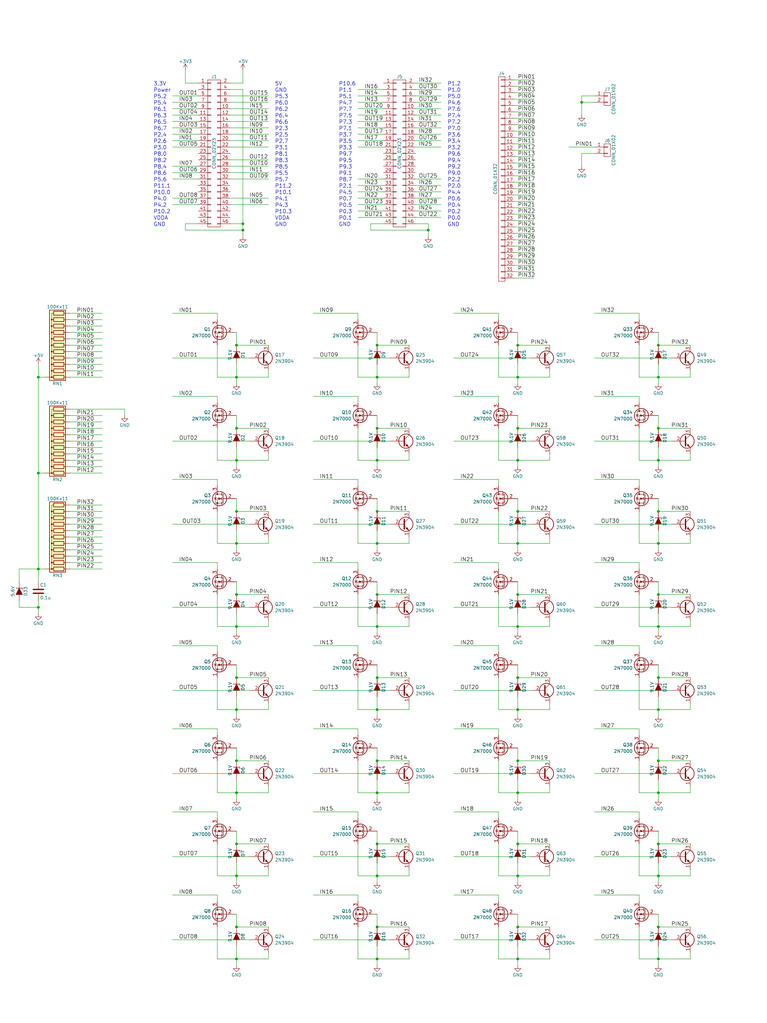
<source format=kicad_sch>
(kicad_sch (version 20230121) (generator eeschema)
  (paper "User" 304.8 406.4)
  (junction (at 261.62 269.24))
  (junction (at 15.24 241.3))
  (junction (at 149.86 248.92))
  (junction (at 149.86 269.24))
  (junction (at 93.98 302.26))
  (junction (at 261.62 137.16))
  (junction (at 93.98 149.86))
  (junction (at 149.86 381))
  (junction (at 261.62 347.98))
  (junction (at 93.98 381))
  (junction (at 149.86 335.28))
  (junction (at 149.86 302.26))
  (junction (at 149.86 236.22))
  (junction (at 205.74 269.24))
  (junction (at 231.14 40.64))
  (junction (at 261.62 314.96))
  (junction (at 261.62 281.94))
  (junction (at 93.98 203.2))
  (junction (at 93.98 248.92))
  (junction (at 149.86 170.18))
  (junction (at 149.86 368.3))
  (junction (at 205.74 335.28))
  (junction (at 205.74 215.9))
  (junction (at 96.52 88.9))
  (junction (at 205.74 236.22))
  (junction (at 205.74 368.3))
  (junction (at 93.98 137.16))
  (junction (at 93.98 182.88))
  (junction (at 205.74 203.2))
  (junction (at 261.62 203.2))
  (junction (at 205.74 381))
  (junction (at 205.74 314.96))
  (junction (at 205.74 137.16))
  (junction (at 15.24 187.96))
  (junction (at 205.74 149.86))
  (junction (at 149.86 314.96))
  (junction (at 261.62 381))
  (junction (at 96.52 91.44))
  (junction (at 93.98 368.3))
  (junction (at 93.98 314.96))
  (junction (at 93.98 236.22))
  (junction (at 149.86 281.94))
  (junction (at 15.24 149.86))
  (junction (at 170.18 91.44))
  (junction (at 261.62 182.88))
  (junction (at 15.24 226.06))
  (junction (at 261.62 335.28))
  (junction (at 149.86 347.98))
  (junction (at 261.62 215.9))
  (junction (at 205.74 281.94))
  (junction (at 149.86 203.2))
  (junction (at 261.62 236.22))
  (junction (at 205.74 347.98))
  (junction (at 93.98 335.28))
  (junction (at 205.74 302.26))
  (junction (at 93.98 170.18))
  (junction (at 205.74 182.88))
  (junction (at 205.74 170.18))
  (junction (at 261.62 149.86))
  (junction (at 149.86 182.88))
  (junction (at 149.86 149.86))
  (junction (at 261.62 248.92))
  (junction (at 261.62 170.18))
  (junction (at 93.98 281.94))
  (junction (at 93.98 215.9))
  (junction (at 261.62 302.26))
  (junction (at 261.62 368.3))
  (junction (at 149.86 215.9))
  (junction (at 205.74 248.92))
  (junction (at 93.98 269.24))
  (junction (at 93.98 347.98))
  (junction (at 149.86 137.16))
  (wire (pts (xy 86.36 335.28) (xy 86.36 347.98)))
  (wire (pts (xy 93.98 330.2) (xy 93.98 335.28)))
  (wire (pts (xy 175.26 81.28) (xy 165.1 81.28)))
  (wire (pts (xy 254 355.6) (xy 254 358.14)))
  (wire (pts (xy 254 182.88) (xy 261.62 182.88)))
  (wire (pts (xy 170.18 91.44) (xy 170.18 93.98)))
  (wire (pts (xy 152.4 86.36) (xy 142.24 86.36)))
  (wire (pts (xy 175.26 40.64) (xy 165.1 40.64)))
  (wire (pts (xy 15.24 226.06) (xy 15.24 231.14)))
  (wire (pts (xy 261.62 381) (xy 261.62 383.54)))
  (wire (pts (xy 27.94 180.34) (xy 40.64 180.34)))
  (wire (pts (xy 93.98 165.1) (xy 93.98 170.18)))
  (wire (pts (xy 274.32 381) (xy 274.32 378.46)))
  (wire (pts (xy 147.32 88.9) (xy 147.32 91.44)))
  (wire (pts (xy 149.86 170.18) (xy 162.56 170.18)))
  (wire (pts (xy 204.47 85.09) (xy 212.09 85.09)))
  (wire (pts (xy 93.98 381) (xy 93.98 383.54)))
  (wire (pts (xy 162.56 215.9) (xy 162.56 213.36)))
  (wire (pts (xy 254 322.58) (xy 254 325.12)))
  (wire (pts (xy 261.62 347.98) (xy 261.62 350.52)))
  (wire (pts (xy 27.94 220.98) (xy 40.64 220.98)))
  (wire (pts (xy 205.74 335.28) (xy 218.44 335.28)))
  (wire (pts (xy 106.68 71.12) (xy 91.44 71.12)))
  (wire (pts (xy 93.98 281.94) (xy 106.68 281.94)))
  (wire (pts (xy 152.4 88.9) (xy 147.32 88.9)))
  (wire (pts (xy 175.26 78.74) (xy 165.1 78.74)))
  (wire (pts (xy 254 193.04) (xy 254 190.5)))
  (wire (pts (xy 261.62 243.84) (xy 261.62 248.92)))
  (wire (pts (xy 204.47 57.15) (xy 212.09 57.15)))
  (wire (pts (xy 93.98 269.24) (xy 106.68 269.24)))
  (wire (pts (xy 149.86 182.88) (xy 149.86 185.42)))
  (wire (pts (xy 106.68 45.72) (xy 91.44 45.72)))
  (wire (pts (xy 149.86 381) (xy 149.86 383.54)))
  (wire (pts (xy 27.94 149.86) (xy 40.64 149.86)))
  (wire (pts (xy 124.46 307.34) (xy 154.94 307.34)))
  (wire (pts (xy 261.62 215.9) (xy 274.32 215.9)))
  (wire (pts (xy 149.86 347.98) (xy 162.56 347.98)))
  (wire (pts (xy 212.09 49.53) (xy 204.47 49.53)))
  (wire (pts (xy 205.74 149.86) (xy 218.44 149.86)))
  (wire (pts (xy 261.62 144.78) (xy 261.62 149.86)))
  (wire (pts (xy 142.24 170.18) (xy 142.24 182.88)))
  (wire (pts (xy 261.62 248.92) (xy 274.32 248.92)))
  (wire (pts (xy 266.7 208.28) (xy 236.22 208.28)))
  (wire (pts (xy 162.56 281.94) (xy 162.56 279.4)))
  (wire (pts (xy 204.47 80.01) (xy 212.09 80.01)))
  (wire (pts (xy 106.68 347.98) (xy 106.68 345.44)))
  (wire (pts (xy 149.86 375.92) (xy 149.86 381)))
  (wire (pts (xy 27.94 210.82) (xy 40.64 210.82)))
  (wire (pts (xy 205.74 375.92) (xy 205.74 381)))
  (wire (pts (xy 142.24 236.22) (xy 142.24 248.92)))
  (wire (pts (xy 142.24 289.56) (xy 124.46 289.56)))
  (wire (pts (xy 254 223.52) (xy 236.22 223.52)))
  (wire (pts (xy 205.74 144.78) (xy 205.74 149.86)))
  (wire (pts (xy 231.14 38.1) (xy 236.22 38.1)))
  (wire (pts (xy 27.94 208.28) (xy 40.64 208.28)))
  (wire (pts (xy 93.98 170.18) (xy 106.68 170.18)))
  (wire (pts (xy 205.74 182.88) (xy 218.44 182.88)))
  (wire (pts (xy 212.09 87.63) (xy 204.47 87.63)))
  (wire (pts (xy 154.94 208.28) (xy 124.46 208.28)))
  (wire (pts (xy 226.06 58.42) (xy 236.22 58.42)))
  (wire (pts (xy 27.94 129.54) (xy 40.64 129.54)))
  (wire (pts (xy 254 269.24) (xy 254 281.94)))
  (wire (pts (xy 205.74 149.86) (xy 205.74 152.4)))
  (wire (pts (xy 93.98 248.92) (xy 93.98 251.46)))
  (wire (pts (xy 149.86 243.84) (xy 149.86 248.92)))
  (wire (pts (xy 180.34 175.26) (xy 210.82 175.26)))
  (wire (pts (xy 198.12 322.58) (xy 198.12 325.12)))
  (wire (pts (xy 204.47 95.25) (xy 212.09 95.25)))
  (wire (pts (xy 27.94 144.78) (xy 40.64 144.78)))
  (wire (pts (xy 261.62 276.86) (xy 261.62 281.94)))
  (wire (pts (xy 236.22 322.58) (xy 254 322.58)))
  (wire (pts (xy 212.09 82.55) (xy 204.47 82.55)))
  (wire (pts (xy 68.58 78.74) (xy 78.74 78.74)))
  (wire (pts (xy 142.24 215.9) (xy 149.86 215.9)))
  (wire (pts (xy 68.58 55.88) (xy 78.74 55.88)))
  (wire (pts (xy 205.74 314.96) (xy 205.74 317.5)))
  (wire (pts (xy 254 215.9) (xy 261.62 215.9)))
  (wire (pts (xy 261.62 231.14) (xy 261.62 236.22)))
  (wire (pts (xy 106.68 215.9) (xy 106.68 213.36)))
  (wire (pts (xy 86.36 248.92) (xy 93.98 248.92)))
  (wire (pts (xy 149.86 281.94) (xy 162.56 281.94)))
  (wire (pts (xy 93.98 149.86) (xy 106.68 149.86)))
  (wire (pts (xy 154.94 274.32) (xy 124.46 274.32)))
  (wire (pts (xy 261.62 314.96) (xy 274.32 314.96)))
  (wire (pts (xy 106.68 314.96) (xy 106.68 312.42)))
  (wire (pts (xy 68.58 256.54) (xy 86.36 256.54)))
  (wire (pts (xy 198.12 157.48) (xy 180.34 157.48)))
  (wire (pts (xy 198.12 368.3) (xy 198.12 381)))
  (wire (pts (xy 86.36 355.6) (xy 86.36 358.14)))
  (wire (pts (xy 162.56 381) (xy 162.56 378.46)))
  (wire (pts (xy 86.36 236.22) (xy 86.36 248.92)))
  (wire (pts (xy 68.58 373.38) (xy 99.06 373.38)))
  (wire (pts (xy 142.24 160.02) (xy 142.24 157.48)))
  (wire (pts (xy 93.98 182.88) (xy 93.98 185.42)))
  (wire (pts (xy 106.68 381) (xy 106.68 378.46)))
  (wire (pts (xy 261.62 182.88) (xy 261.62 185.42)))
  (wire (pts (xy 142.24 226.06) (xy 142.24 223.52)))
  (wire (pts (xy 198.12 182.88) (xy 205.74 182.88)))
  (wire (pts (xy 254 236.22) (xy 254 248.92)))
  (wire (pts (xy 198.12 137.16) (xy 198.12 149.86)))
  (wire (pts (xy 152.4 35.56) (xy 142.24 35.56)))
  (wire (pts (xy 86.36 137.16) (xy 86.36 149.86)))
  (wire (pts (xy 254 149.86) (xy 261.62 149.86)))
  (wire (pts (xy 149.86 309.88) (xy 149.86 314.96)))
  (wire (pts (xy 78.74 88.9) (xy 73.66 88.9)))
  (wire (pts (xy 96.52 35.56) (xy 96.52 88.9)))
  (wire (pts (xy 152.4 43.18) (xy 142.24 43.18)))
  (wire (pts (xy 86.36 281.94) (xy 93.98 281.94)))
  (wire (pts (xy 205.74 248.92) (xy 205.74 251.46)))
  (wire (pts (xy 266.7 241.3) (xy 236.22 241.3)))
  (wire (pts (xy 93.98 264.16) (xy 93.98 269.24)))
  (wire (pts (xy 142.24 78.74) (xy 152.4 78.74)))
  (wire (pts (xy 27.94 167.64) (xy 40.64 167.64)))
  (wire (pts (xy 124.46 256.54) (xy 142.24 256.54)))
  (wire (pts (xy 93.98 297.18) (xy 93.98 302.26)))
  (wire (pts (xy 142.24 355.6) (xy 142.24 358.14)))
  (wire (pts (xy 231.14 60.96) (xy 231.14 66.04)))
  (wire (pts (xy 93.98 381) (xy 106.68 381)))
  (wire (pts (xy 78.74 43.18) (xy 68.58 43.18)))
  (wire (pts (xy 218.44 149.86) (xy 218.44 147.32)))
  (wire (pts (xy 152.4 71.12) (xy 142.24 71.12)))
  (wire (pts (xy 91.44 53.34) (xy 106.68 53.34)))
  (wire (pts (xy 205.74 165.1) (xy 205.74 170.18)))
  (wire (pts (xy 165.1 38.1) (xy 175.26 38.1)))
  (wire (pts (xy 254 347.98) (xy 261.62 347.98)))
  (wire (pts (xy 218.44 347.98) (xy 218.44 345.44)))
  (wire (pts (xy 7.62 226.06) (xy 7.62 231.14)))
  (wire (pts (xy 68.58 50.8) (xy 78.74 50.8)))
  (wire (pts (xy 7.62 226.06) (xy 15.24 226.06)))
  (wire (pts (xy 149.86 198.12) (xy 149.86 203.2)))
  (wire (pts (xy 15.24 241.3) (xy 15.24 243.84)))
  (wire (pts (xy 78.74 58.42) (xy 68.58 58.42)))
  (wire (pts (xy 142.24 256.54) (xy 142.24 259.08)))
  (wire (pts (xy 93.98 132.08) (xy 93.98 137.16)))
  (wire (pts (xy 205.74 177.8) (xy 205.74 182.88)))
  (wire (pts (xy 218.44 248.92) (xy 218.44 246.38)))
  (wire (pts (xy 27.94 172.72) (xy 40.64 172.72)))
  (wire (pts (xy 254 203.2) (xy 254 215.9)))
  (wire (pts (xy 149.86 149.86) (xy 162.56 149.86)))
  (wire (pts (xy 212.09 64.77) (xy 204.47 64.77)))
  (wire (pts (xy 198.12 335.28) (xy 198.12 347.98)))
  (wire (pts (xy 198.12 170.18) (xy 198.12 182.88)))
  (wire (pts (xy 149.86 182.88) (xy 162.56 182.88)))
  (wire (pts (xy 93.98 375.92) (xy 93.98 381)))
  (wire (pts (xy 78.74 66.04) (xy 68.58 66.04)))
  (wire (pts (xy 205.74 309.88) (xy 205.74 314.96)))
  (wire (pts (xy 212.09 102.87) (xy 204.47 102.87)))
  (wire (pts (xy 27.94 215.9) (xy 40.64 215.9)))
  (wire (pts (xy 210.82 208.28) (xy 180.34 208.28)))
  (wire (pts (xy 68.58 175.26) (xy 99.06 175.26)))
  (wire (pts (xy 261.62 149.86) (xy 261.62 152.4)))
  (wire (pts (xy 86.36 347.98) (xy 93.98 347.98)))
  (wire (pts (xy 205.74 276.86) (xy 205.74 281.94)))
  (wire (pts (xy 152.4 48.26) (xy 142.24 48.26)))
  (wire (pts (xy 27.94 203.2) (xy 40.64 203.2)))
  (wire (pts (xy 212.09 44.45) (xy 204.47 44.45)))
  (wire (pts (xy 205.74 182.88) (xy 205.74 185.42)))
  (wire (pts (xy 149.86 330.2) (xy 149.86 335.28)))
  (wire (pts (xy 254 292.1) (xy 254 289.56)))
  (wire (pts (xy 261.62 381) (xy 274.32 381)))
  (wire (pts (xy 175.26 73.66) (xy 165.1 73.66)))
  (wire (pts (xy 236.22 355.6) (xy 254 355.6)))
  (wire (pts (xy 205.74 368.3) (xy 218.44 368.3)))
  (wire (pts (xy 149.86 314.96) (xy 149.86 317.5)))
  (wire (pts (xy 254 190.5) (xy 236.22 190.5)))
  (wire (pts (xy 205.74 215.9) (xy 205.74 218.44)))
  (wire (pts (xy 261.62 347.98) (xy 274.32 347.98)))
  (wire (pts (xy 27.94 132.08) (xy 40.64 132.08)))
  (wire (pts (xy 149.86 149.86) (xy 149.86 152.4)))
  (wire (pts (xy 106.68 182.88) (xy 106.68 180.34)))
  (wire (pts (xy 198.12 248.92) (xy 205.74 248.92)))
  (wire (pts (xy 142.24 124.46) (xy 124.46 124.46)))
  (wire (pts (xy 91.44 63.5) (xy 106.68 63.5)))
  (wire (pts (xy 73.66 33.02) (xy 78.74 33.02)))
  (wire (pts (xy 198.12 314.96) (xy 205.74 314.96)))
  (wire (pts (xy 204.47 105.41) (xy 212.09 105.41)))
  (wire (pts (xy 152.4 38.1) (xy 142.24 38.1)))
  (wire (pts (xy 204.47 52.07) (xy 212.09 52.07)))
  (wire (pts (xy 254 381) (xy 261.62 381)))
  (wire (pts (xy 205.74 210.82) (xy 205.74 215.9)))
  (wire (pts (xy 73.66 91.44) (xy 96.52 91.44)))
  (wire (pts (xy 274.32 314.96) (xy 274.32 312.42)))
  (wire (pts (xy 210.82 274.32) (xy 180.34 274.32)))
  (wire (pts (xy 78.74 53.34) (xy 68.58 53.34)))
  (wire (pts (xy 218.44 314.96) (xy 218.44 312.42)))
  (wire (pts (xy 96.52 27.94) (xy 96.52 33.02)))
  (wire (pts (xy 93.98 347.98) (xy 93.98 350.52)))
  (wire (pts (xy 93.98 314.96) (xy 93.98 317.5)))
  (wire (pts (xy 205.74 248.92) (xy 218.44 248.92)))
  (wire (pts (xy 198.12 190.5) (xy 180.34 190.5)))
  (wire (pts (xy 210.82 142.24) (xy 180.34 142.24)))
  (wire (pts (xy 175.26 86.36) (xy 165.1 86.36)))
  (wire (pts (xy 254 256.54) (xy 254 259.08)))
  (wire (pts (xy 236.22 256.54) (xy 254 256.54)))
  (wire (pts (xy 106.68 281.94) (xy 106.68 279.4)))
  (wire (pts (xy 93.98 314.96) (xy 106.68 314.96)))
  (wire (pts (xy 142.24 50.8) (xy 152.4 50.8)))
  (wire (pts (xy 86.36 160.02) (xy 86.36 157.48)))
  (wire (pts (xy 205.74 297.18) (xy 205.74 302.26)))
  (wire (pts (xy 162.56 314.96) (xy 162.56 312.42)))
  (wire (pts (xy 261.62 215.9) (xy 261.62 218.44)))
  (wire (pts (xy 212.09 59.69) (xy 204.47 59.69)))
  (wire (pts (xy 78.74 38.1) (xy 68.58 38.1)))
  (wire (pts (xy 254 368.3) (xy 254 381)))
  (wire (pts (xy 27.94 182.88) (xy 40.64 182.88)))
  (wire (pts (xy 106.68 50.8) (xy 91.44 50.8)))
  (wire (pts (xy 204.47 67.31) (xy 212.09 67.31)))
  (wire (pts (xy 261.62 248.92) (xy 261.62 251.46)))
  (wire (pts (xy 204.47 41.91) (xy 212.09 41.91)))
  (wire (pts (xy 27.94 187.96) (xy 40.64 187.96)))
  (wire (pts (xy 142.24 248.92) (xy 149.86 248.92)))
  (wire (pts (xy 175.26 58.42) (xy 165.1 58.42)))
  (wire (pts (xy 149.86 210.82) (xy 149.86 215.9)))
  (wire (pts (xy 91.44 43.18) (xy 106.68 43.18)))
  (wire (pts (xy 236.22 40.64) (xy 231.14 40.64)))
  (wire (pts (xy 142.24 45.72) (xy 152.4 45.72)))
  (wire (pts (xy 205.74 363.22) (xy 205.74 368.3)))
  (wire (pts (xy 261.62 281.94) (xy 261.62 284.48)))
  (wire (pts (xy 175.26 48.26) (xy 165.1 48.26)))
  (wire (pts (xy 86.36 289.56) (xy 68.58 289.56)))
  (wire (pts (xy 40.64 137.16) (xy 27.94 137.16)))
  (wire (pts (xy 261.62 203.2) (xy 274.32 203.2)))
  (wire (pts (xy 175.26 50.8) (xy 165.1 50.8)))
  (wire (pts (xy 254 127) (xy 254 124.46)))
  (wire (pts (xy 254 281.94) (xy 261.62 281.94)))
  (wire (pts (xy 198.12 203.2) (xy 198.12 215.9)))
  (wire (pts (xy 78.74 81.28) (xy 68.58 81.28)))
  (wire (pts (xy 149.86 347.98) (xy 149.86 350.52)))
  (wire (pts (xy 27.94 226.06) (xy 40.64 226.06)))
  (wire (pts (xy 254 314.96) (xy 261.62 314.96)))
  (wire (pts (xy 205.74 347.98) (xy 205.74 350.52)))
  (wire (pts (xy 7.62 238.76) (xy 7.62 241.3)))
  (wire (pts (xy 40.64 213.36) (xy 27.94 213.36)))
  (wire (pts (xy 86.36 256.54) (xy 86.36 259.08)))
  (wire (pts (xy 198.12 381) (xy 205.74 381)))
  (wire (pts (xy 73.66 88.9) (xy 73.66 91.44)))
  (wire (pts (xy 106.68 40.64) (xy 91.44 40.64)))
  (wire (pts (xy 236.22 274.32) (xy 266.7 274.32)))
  (wire (pts (xy 198.12 302.26) (xy 198.12 314.96)))
  (wire (pts (xy 15.24 187.96) (xy 17.78 187.96)))
  (wire (pts (xy 198.12 127) (xy 198.12 124.46)))
  (wire (pts (xy 266.7 142.24) (xy 236.22 142.24)))
  (wire (pts (xy 261.62 314.96) (xy 261.62 317.5)))
  (wire (pts (xy 205.74 137.16) (xy 218.44 137.16)))
  (wire (pts (xy 175.26 35.56) (xy 165.1 35.56)))
  (wire (pts (xy 142.24 55.88) (xy 152.4 55.88)))
  (wire (pts (xy 149.86 165.1) (xy 149.86 170.18)))
  (wire (pts (xy 180.34 256.54) (xy 198.12 256.54)))
  (wire (pts (xy 96.52 91.44) (xy 96.52 93.98)))
  (wire (pts (xy 261.62 198.12) (xy 261.62 203.2)))
  (wire (pts (xy 106.68 81.28) (xy 91.44 81.28)))
  (wire (pts (xy 124.46 355.6) (xy 142.24 355.6)))
  (wire (pts (xy 91.44 88.9) (xy 96.52 88.9)))
  (wire (pts (xy 96.52 33.02) (xy 91.44 33.02)))
  (wire (pts (xy 40.64 165.1) (xy 27.94 165.1)))
  (wire (pts (xy 212.09 34.29) (xy 204.47 34.29)))
  (wire (pts (xy 261.62 342.9) (xy 261.62 347.98)))
  (wire (pts (xy 96.52 88.9) (xy 96.52 91.44)))
  (wire (pts (xy 205.74 269.24) (xy 218.44 269.24)))
  (wire (pts (xy 142.24 73.66) (xy 152.4 73.66)))
  (wire (pts (xy 205.74 170.18) (xy 218.44 170.18)))
  (wire (pts (xy 27.94 205.74) (xy 40.64 205.74)))
  (wire (pts (xy 93.98 302.26) (xy 106.68 302.26)))
  (wire (pts (xy 261.62 330.2) (xy 261.62 335.28)))
  (wire (pts (xy 149.86 276.86) (xy 149.86 281.94)))
  (wire (pts (xy 205.74 342.9) (xy 205.74 347.98)))
  (wire (pts (xy 68.58 40.64) (xy 78.74 40.64)))
  (wire (pts (xy 93.98 281.94) (xy 93.98 284.48)))
  (wire (pts (xy 254 137.16) (xy 254 149.86)))
  (wire (pts (xy 86.36 149.86) (xy 93.98 149.86)))
  (wire (pts (xy 261.62 177.8) (xy 261.62 182.88)))
  (wire (pts (xy 142.24 190.5) (xy 124.46 190.5)))
  (wire (pts (xy 218.44 215.9) (xy 218.44 213.36)))
  (wire (pts (xy 49.53 162.56) (xy 49.53 165.1)))
  (wire (pts (xy 86.36 269.24) (xy 86.36 281.94)))
  (wire (pts (xy 27.94 142.24) (xy 40.64 142.24)))
  (wire (pts (xy 68.58 322.58) (xy 86.36 322.58)))
  (wire (pts (xy 198.12 149.86) (xy 205.74 149.86)))
  (wire (pts (xy 27.94 177.8) (xy 40.64 177.8)))
  (wire (pts (xy 204.47 69.85) (xy 212.09 69.85)))
  (wire (pts (xy 142.24 269.24) (xy 142.24 281.94)))
  (wire (pts (xy 27.94 185.42) (xy 40.64 185.42)))
  (wire (pts (xy 261.62 236.22) (xy 274.32 236.22)))
  (wire (pts (xy 86.36 292.1) (xy 86.36 289.56)))
  (wire (pts (xy 86.36 322.58) (xy 86.36 325.12)))
  (wire (pts (xy 204.47 74.93) (xy 212.09 74.93)))
  (wire (pts (xy 15.24 238.76) (xy 15.24 241.3)))
  (wire (pts (xy 165.1 33.02) (xy 175.26 33.02)))
  (wire (pts (xy 15.24 187.96) (xy 15.24 226.06)))
  (wire (pts (xy 231.14 38.1) (xy 231.14 40.64)))
  (wire (pts (xy 27.94 124.46) (xy 40.64 124.46)))
  (wire (pts (xy 198.12 289.56) (xy 180.34 289.56)))
  (wire (pts (xy 27.94 147.32) (xy 40.64 147.32)))
  (wire (pts (xy 86.36 124.46) (xy 68.58 124.46)))
  (wire (pts (xy 149.86 215.9) (xy 149.86 218.44)))
  (wire (pts (xy 198.12 124.46) (xy 180.34 124.46)))
  (wire (pts (xy 149.86 314.96) (xy 162.56 314.96)))
  (wire (pts (xy 254 289.56) (xy 236.22 289.56)))
  (wire (pts (xy 261.62 149.86) (xy 274.32 149.86)))
  (wire (pts (xy 212.09 39.37) (xy 204.47 39.37)))
  (wire (pts (xy 198.12 347.98) (xy 205.74 347.98)))
  (wire (pts (xy 175.26 45.72) (xy 165.1 45.72)))
  (wire (pts (xy 162.56 248.92) (xy 162.56 246.38)))
  (wire (pts (xy 149.86 215.9) (xy 162.56 215.9)))
  (wire (pts (xy 27.94 162.56) (xy 49.53 162.56)))
  (wire (pts (xy 124.46 373.38) (xy 154.94 373.38)))
  (wire (pts (xy 165.1 71.12) (xy 175.26 71.12)))
  (wire (pts (xy 78.74 48.26) (xy 68.58 48.26)))
  (wire (pts (xy 205.74 330.2) (xy 205.74 335.28)))
  (wire (pts (xy 149.86 231.14) (xy 149.86 236.22)))
  (wire (pts (xy 142.24 347.98) (xy 149.86 347.98)))
  (wire (pts (xy 198.12 226.06) (xy 198.12 223.52)))
  (wire (pts (xy 142.24 292.1) (xy 142.24 289.56)))
  (wire (pts (xy 261.62 309.88) (xy 261.62 314.96)))
  (wire (pts (xy 93.98 248.92) (xy 106.68 248.92)))
  (wire (pts (xy 198.12 236.22) (xy 198.12 248.92)))
  (wire (pts (xy 205.74 281.94) (xy 205.74 284.48)))
  (wire (pts (xy 99.06 340.36) (xy 68.58 340.36)))
  (wire (pts (xy 93.98 347.98) (xy 106.68 347.98)))
  (wire (pts (xy 40.64 175.26) (xy 27.94 175.26)))
  (wire (pts (xy 149.86 269.24) (xy 162.56 269.24)))
  (wire (pts (xy 91.44 48.26) (xy 106.68 48.26)))
  (wire (pts (xy 142.24 157.48) (xy 124.46 157.48)))
  (wire (pts (xy 261.62 137.16) (xy 274.32 137.16)))
  (wire (pts (xy 170.18 88.9) (xy 170.18 91.44)))
  (wire (pts (xy 205.74 314.96) (xy 218.44 314.96)))
  (wire (pts (xy 142.24 368.3) (xy 142.24 381)))
  (wire (pts (xy 205.74 281.94) (xy 218.44 281.94)))
  (wire (pts (xy 212.09 77.47) (xy 204.47 77.47)))
  (wire (pts (xy 147.32 91.44) (xy 170.18 91.44)))
  (wire (pts (xy 93.98 368.3) (xy 106.68 368.3)))
  (wire (pts (xy 93.98 231.14) (xy 93.98 236.22)))
  (wire (pts (xy 254 248.92) (xy 261.62 248.92)))
  (wire (pts (xy 205.74 236.22) (xy 218.44 236.22)))
  (wire (pts (xy 162.56 149.86) (xy 162.56 147.32)))
  (wire (pts (xy 27.94 170.18) (xy 40.64 170.18)))
  (wire (pts (xy 154.94 142.24) (xy 124.46 142.24)))
  (wire (pts (xy 142.24 149.86) (xy 149.86 149.86)))
  (wire (pts (xy 99.06 208.28) (xy 68.58 208.28)))
  (wire (pts (xy 261.62 264.16) (xy 261.62 269.24)))
  (wire (pts (xy 175.26 83.82) (xy 165.1 83.82)))
  (wire (pts (xy 175.26 55.88) (xy 165.1 55.88)))
  (wire (pts (xy 149.86 248.92) (xy 162.56 248.92)))
  (wire (pts (xy 15.24 144.78) (xy 15.24 149.86)))
  (wire (pts (xy 27.94 134.62) (xy 40.64 134.62)))
  (wire (pts (xy 106.68 149.86) (xy 106.68 147.32)))
  (wire (pts (xy 261.62 210.82) (xy 261.62 215.9)))
  (wire (pts (xy 205.74 302.26) (xy 218.44 302.26)))
  (wire (pts (xy 254 226.06) (xy 254 223.52)))
  (wire (pts (xy 93.98 215.9) (xy 93.98 218.44)))
  (wire (pts (xy 261.62 297.18) (xy 261.62 302.26)))
  (wire (pts (xy 124.46 175.26) (xy 154.94 175.26)))
  (wire (pts (xy 93.98 203.2) (xy 106.68 203.2)))
  (wire (pts (xy 175.26 53.34) (xy 165.1 53.34)))
  (wire (pts (xy 154.94 340.36) (xy 124.46 340.36)))
  (wire (pts (xy 93.98 236.22) (xy 106.68 236.22)))
  (wire (pts (xy 106.68 248.92) (xy 106.68 246.38)))
  (wire (pts (xy 180.34 355.6) (xy 198.12 355.6)))
  (wire (pts (xy 218.44 381) (xy 218.44 378.46)))
  (wire (pts (xy 142.24 281.94) (xy 149.86 281.94)))
  (wire (pts (xy 15.24 226.06) (xy 17.78 226.06)))
  (wire (pts (xy 180.34 373.38) (xy 210.82 373.38)))
  (wire (pts (xy 124.46 322.58) (xy 142.24 322.58)))
  (wire (pts (xy 261.62 363.22) (xy 261.62 368.3)))
  (wire (pts (xy 86.36 302.26) (xy 86.36 314.96)))
  (wire (pts (xy 86.36 215.9) (xy 93.98 215.9)))
  (wire (pts (xy 236.22 307.34) (xy 266.7 307.34)))
  (wire (pts (xy 261.62 375.92) (xy 261.62 381)))
  (wire (pts (xy 261.62 302.26) (xy 274.32 302.26)))
  (wire (pts (xy 91.44 78.74) (xy 106.68 78.74)))
  (wire (pts (xy 261.62 269.24) (xy 274.32 269.24)))
  (wire (pts (xy 261.62 170.18) (xy 274.32 170.18)))
  (wire (pts (xy 106.68 55.88) (xy 91.44 55.88)))
  (wire (pts (xy 93.98 210.82) (xy 93.98 215.9)))
  (wire (pts (xy 274.32 182.88) (xy 274.32 180.34)))
  (wire (pts (xy 142.24 302.26) (xy 142.24 314.96)))
  (wire (pts (xy 142.24 203.2) (xy 142.24 215.9)))
  (wire (pts (xy 266.7 175.26) (xy 236.22 175.26)))
  (wire (pts (xy 236.22 373.38) (xy 266.7 373.38)))
  (wire (pts (xy 93.98 243.84) (xy 93.98 248.92)))
  (wire (pts (xy 204.47 100.33) (xy 212.09 100.33)))
  (wire (pts (xy 142.24 223.52) (xy 124.46 223.52)))
  (wire (pts (xy 205.74 198.12) (xy 205.74 203.2)))
  (wire (pts (xy 27.94 223.52) (xy 40.64 223.52)))
  (wire (pts (xy 212.09 97.79) (xy 204.47 97.79)))
  (wire (pts (xy 205.74 381) (xy 218.44 381)))
  (wire (pts (xy 149.86 264.16) (xy 149.86 269.24)))
  (wire (pts (xy 27.94 200.66) (xy 40.64 200.66)))
  (wire (pts (xy 142.24 314.96) (xy 149.86 314.96)))
  (wire (pts (xy 236.22 340.36) (xy 266.7 340.36)))
  (wire (pts (xy 162.56 347.98) (xy 162.56 345.44)))
  (wire (pts (xy 152.4 81.28) (xy 142.24 81.28)))
  (wire (pts (xy 198.12 281.94) (xy 205.74 281.94)))
  (wire (pts (xy 149.86 144.78) (xy 149.86 149.86)))
  (wire (pts (xy 68.58 241.3) (xy 99.06 241.3)))
  (wire (pts (xy 68.58 68.58) (xy 78.74 68.58)))
  (wire (pts (xy 149.86 236.22) (xy 162.56 236.22)))
  (wire (pts (xy 7.62 241.3) (xy 15.24 241.3)))
  (wire (pts (xy 93.98 363.22) (xy 93.98 368.3)))
  (wire (pts (xy 261.62 132.08) (xy 261.62 137.16)))
  (wire (pts (xy 205.74 381) (xy 205.74 383.54)))
  (wire (pts (xy 149.86 281.94) (xy 149.86 284.48)))
  (wire (pts (xy 93.98 198.12) (xy 93.98 203.2)))
  (wire (pts (xy 198.12 223.52) (xy 180.34 223.52)))
  (wire (pts (xy 93.98 276.86) (xy 93.98 281.94)))
  (wire (pts (xy 152.4 76.2) (xy 142.24 76.2)))
  (wire (pts (xy 86.36 381) (xy 93.98 381)))
  (wire (pts (xy 198.12 355.6) (xy 198.12 358.14)))
  (wire (pts (xy 86.36 182.88) (xy 93.98 182.88)))
  (wire (pts (xy 93.98 144.78) (xy 93.98 149.86)))
  (wire (pts (xy 149.86 363.22) (xy 149.86 368.3)))
  (wire (pts (xy 93.98 215.9) (xy 106.68 215.9)))
  (wire (pts (xy 93.98 309.88) (xy 93.98 314.96)))
  (wire (pts (xy 149.86 342.9) (xy 149.86 347.98)))
  (wire (pts (xy 198.12 160.02) (xy 198.12 157.48)))
  (wire (pts (xy 205.74 243.84) (xy 205.74 248.92)))
  (wire (pts (xy 254 124.46) (xy 236.22 124.46)))
  (wire (pts (xy 93.98 177.8) (xy 93.98 182.88)))
  (wire (pts (xy 261.62 335.28) (xy 274.32 335.28)))
  (wire (pts (xy 198.12 215.9) (xy 205.74 215.9)))
  (wire (pts (xy 78.74 71.12) (xy 68.58 71.12)))
  (wire (pts (xy 68.58 355.6) (xy 86.36 355.6)))
  (wire (pts (xy 236.22 60.96) (xy 231.14 60.96)))
  (wire (pts (xy 204.47 46.99) (xy 212.09 46.99)))
  (wire (pts (xy 204.47 31.75) (xy 212.09 31.75)))
  (wire (pts (xy 142.24 335.28) (xy 142.24 347.98)))
  (wire (pts (xy 149.86 132.08) (xy 149.86 137.16)))
  (wire (pts (xy 99.06 274.32) (xy 68.58 274.32)))
  (wire (pts (xy 274.32 347.98) (xy 274.32 345.44)))
  (wire (pts (xy 204.47 110.49) (xy 212.09 110.49)))
  (wire (pts (xy 86.36 314.96) (xy 93.98 314.96)))
  (wire (pts (xy 218.44 281.94) (xy 218.44 279.4)))
  (wire (pts (xy 210.82 340.36) (xy 180.34 340.36)))
  (wire (pts (xy 142.24 40.64) (xy 152.4 40.64)))
  (wire (pts (xy 27.94 139.7) (xy 40.64 139.7)))
  (wire (pts (xy 86.36 368.3) (xy 86.36 381)))
  (wire (pts (xy 142.24 83.82) (xy 152.4 83.82)))
  (wire (pts (xy 91.44 58.42) (xy 106.68 58.42)))
  (wire (pts (xy 27.94 218.44) (xy 40.64 218.44)))
  (wire (pts (xy 261.62 368.3) (xy 274.32 368.3)))
  (wire (pts (xy 142.24 322.58) (xy 142.24 325.12)))
  (wire (pts (xy 124.46 241.3) (xy 154.94 241.3)))
  (wire (pts (xy 254 157.48) (xy 236.22 157.48)))
  (wire (pts (xy 204.47 36.83) (xy 212.09 36.83)))
  (wire (pts (xy 142.24 193.04) (xy 142.24 190.5)))
  (wire (pts (xy 254 335.28) (xy 254 347.98)))
  (wire (pts (xy 86.36 226.06) (xy 86.36 223.52)))
  (wire (pts (xy 149.86 302.26) (xy 162.56 302.26)))
  (wire (pts (xy 274.32 281.94) (xy 274.32 279.4)))
  (wire (pts (xy 149.86 248.92) (xy 149.86 251.46)))
  (wire (pts (xy 99.06 142.24) (xy 68.58 142.24)))
  (wire (pts (xy 86.36 157.48) (xy 68.58 157.48)))
  (wire (pts (xy 149.86 177.8) (xy 149.86 182.88)))
  (wire (pts (xy 204.47 90.17) (xy 212.09 90.17)))
  (wire (pts (xy 142.24 137.16) (xy 142.24 149.86)))
  (wire (pts (xy 261.62 182.88) (xy 274.32 182.88)))
  (wire (pts (xy 86.36 127) (xy 86.36 124.46)))
  (wire (pts (xy 93.98 149.86) (xy 93.98 152.4)))
  (wire (pts (xy 15.24 149.86) (xy 15.24 187.96)))
  (wire (pts (xy 149.86 203.2) (xy 162.56 203.2)))
  (wire (pts (xy 91.44 66.04) (xy 106.68 66.04)))
  (wire (pts (xy 205.74 231.14) (xy 205.74 236.22)))
  (wire (pts (xy 212.09 107.95) (xy 204.47 107.95)))
  (wire (pts (xy 93.98 335.28) (xy 106.68 335.28)))
  (wire (pts (xy 149.86 297.18) (xy 149.86 302.26)))
  (wire (pts (xy 86.36 190.5) (xy 68.58 190.5)))
  (wire (pts (xy 261.62 165.1) (xy 261.62 170.18)))
  (wire (pts (xy 142.24 381) (xy 149.86 381)))
  (wire (pts (xy 198.12 193.04) (xy 198.12 190.5)))
  (wire (pts (xy 91.44 68.58) (xy 106.68 68.58)))
  (wire (pts (xy 198.12 269.24) (xy 198.12 281.94)))
  (wire (pts (xy 73.66 27.94) (xy 73.66 33.02)))
  (wire (pts (xy 165.1 88.9) (xy 170.18 88.9)))
  (wire (pts (xy 86.36 203.2) (xy 86.36 215.9)))
  (wire (pts (xy 149.86 137.16) (xy 162.56 137.16)))
  (wire (pts (xy 152.4 53.34) (xy 142.24 53.34)))
  (wire (pts (xy 40.64 127) (xy 27.94 127)))
  (wire (pts (xy 198.12 292.1) (xy 198.12 289.56)))
  (wire (pts (xy 149.86 381) (xy 162.56 381)))
  (wire (pts (xy 205.74 215.9) (xy 218.44 215.9)))
  (wire (pts (xy 205.74 132.08) (xy 205.74 137.16)))
  (wire (pts (xy 93.98 137.16) (xy 106.68 137.16)))
  (wire (pts (xy 152.4 58.42) (xy 142.24 58.42)))
  (wire (pts (xy 142.24 182.88) (xy 149.86 182.88)))
  (wire (pts (xy 91.44 35.56) (xy 96.52 35.56)))
  (wire (pts (xy 175.26 76.2) (xy 165.1 76.2)))
  (wire (pts (xy 142.24 127) (xy 142.24 124.46)))
  (wire (pts (xy 162.56 182.88) (xy 162.56 180.34)))
  (wire (pts (xy 93.98 182.88) (xy 106.68 182.88)))
  (wire (pts (xy 261.62 281.94) (xy 274.32 281.94)))
  (wire (pts (xy 274.32 215.9) (xy 274.32 213.36)))
  (wire (pts (xy 86.36 170.18) (xy 86.36 182.88)))
  (wire (pts (xy 180.34 307.34) (xy 210.82 307.34)))
  (wire (pts (xy 165.1 43.18) (xy 175.26 43.18)))
  (wire (pts (xy 93.98 342.9) (xy 93.98 347.98)))
  (wire (pts (xy 149.86 368.3) (xy 162.56 368.3)))
  (wire (pts (xy 205.74 347.98) (xy 218.44 347.98)))
  (wire (pts (xy 149.86 335.28) (xy 162.56 335.28)))
  (wire (pts (xy 68.58 307.34) (xy 99.06 307.34)))
  (wire (pts (xy 86.36 193.04) (xy 86.36 190.5)))
  (wire (pts (xy 254 170.18) (xy 254 182.88)))
  (wire (pts (xy 205.74 203.2) (xy 218.44 203.2)))
  (wire (pts (xy 231.14 40.64) (xy 231.14 45.72)))
  (wire (pts (xy 86.36 223.52) (xy 68.58 223.52)))
  (wire (pts (xy 180.34 241.3) (xy 210.82 241.3)))
  (wire (pts (xy 198.12 256.54) (xy 198.12 259.08)))
  (wire (pts (xy 254 302.26) (xy 254 314.96)))
  (wire (pts (xy 15.24 149.86) (xy 17.78 149.86)))
  (wire (pts (xy 180.34 322.58) (xy 198.12 322.58)))
  (wire (pts (xy 204.47 62.23) (xy 212.09 62.23)))
  (wire (pts (xy 212.09 92.71) (xy 204.47 92.71)))
  (wire (pts (xy 254 160.02) (xy 254 157.48)))
  (wire (pts (xy 212.09 72.39) (xy 204.47 72.39)))
  (wire (pts (xy 91.44 38.1) (xy 106.68 38.1)))
  (wire (pts (xy 68.58 45.72) (xy 78.74 45.72)))
  (wire (pts (xy 212.09 54.61) (xy 204.47 54.61)))
  (wire (pts (xy 205.74 264.16) (xy 205.74 269.24)))
  (wire (pts (xy 274.32 248.92) (xy 274.32 246.38)))
  (wire (pts (xy 218.44 182.88) (xy 218.44 180.34)))
  (wire (pts (xy 274.32 149.86) (xy 274.32 147.32)))
  (text "VDDA" (at 109.22 87.63 0) (effects (font (size 1.524 1.524)) (justify left bottom)))
  (text "P6.0" (at 109.22 41.91 0) (effects (font (size 1.524 1.524)) (justify left bottom)))
  (text "P3.3" (at 134.62 59.69 0) (effects (font (size 1.524 1.524)) (justify left bottom)))
  (text "P10.6" (at 134.62 34.29 0) (effects (font (size 1.524 1.524)) (justify left bottom)))
  (text "P8.0" (at 60.96 62.23 0) (effects (font (size 1.524 1.524)) (justify left bottom)))
  (text "P4.3" (at 109.22 82.55 0) (effects (font (size 1.524 1.524)) (justify left bottom)))
  (text "P2.1" (at 134.62 74.93 0) (effects (font (size 1.524 1.524)) (justify left bottom)))
  (text "P5.5" (at 109.22 69.85 0) (effects (font (size 1.524 1.524)) (justify left bottom)))
  (text "P7.4" (at 177.8 46.99 0) (effects (font (size 1.524 1.524)) (justify left bottom)))
  (text "P0.4" (at 177.8 82.55 0) (effects (font (size 1.524 1.524)) (justify left bottom)))
  (text "P6.4" (at 109.22 46.99 0) (effects (font (size 1.524 1.524)) (justify left bottom)))
  (text "P1.1" (at 134.62 36.83 0) (effects (font (size 1.524 1.524)) (justify left bottom)))
  (text "VDDA" (at 60.96 87.63 0) (effects (font (size 1.524 1.524)) (justify left bottom)))
  (text "P9.5" (at 134.62 64.77 0) (effects (font (size 1.524 1.524)) (justify left bottom)))
  (text "P5.7" (at 109.22 72.39 0) (effects (font (size 1.524 1.524)) (justify left bottom)))
  (text "P2.3" (at 109.22 52.07 0) (effects (font (size 1.524 1.524)) (justify left bottom)))
  (text "P5.6" (at 60.96 72.39 0) (effects (font (size 1.524 1.524)) (justify left bottom)))
  (text "P4.6" (at 177.8 41.91 0) (effects (font (size 1.524 1.524)) (justify left bottom)))
  (text "P3.1" (at 109.22 59.69 0) (effects (font (size 1.524 1.524)) (justify left bottom)))
  (text "P0.7" (at 134.62 80.01 0) (effects (font (size 1.524 1.524)) (justify left bottom)))
  (text "P5.1" (at 134.62 39.37 0) (effects (font (size 1.524 1.524)) (justify left bottom)))
  (text "GND" (at 109.22 36.83 0) (effects (font (size 1.524 1.524)) (justify left bottom)))
  (text "P6.7" (at 60.96 52.07 0) (effects (font (size 1.524 1.524)) (justify left bottom)))
  (text "P8.7" (at 134.62 72.39 0) (effects (font (size 1.524 1.524)) (justify left bottom)))
  (text "P3.7" (at 134.62 54.61 0) (effects (font (size 1.524 1.524)) (justify left bottom)))
  (text "P6.6" (at 109.22 49.53 0) (effects (font (size 1.524 1.524)) (justify left bottom)))
  (text "P6.2" (at 109.22 44.45 0) (effects (font (size 1.524 1.524)) (justify left bottom)))
  (text "P0.5" (at 134.62 82.55 0) (effects (font (size 1.524 1.524)) (justify left bottom)))
  (text "Power" (at 60.96 36.83 0) (effects (font (size 1.524 1.524)) (justify left bottom)))
  (text "P7.5" (at 134.62 46.99 0) (effects (font (size 1.524 1.524)) (justify left bottom)))
  (text "P7.2" (at 177.8 49.53 0) (effects (font (size 1.524 1.524)) (justify left bottom)))
  (text "3.3V" (at 60.96 34.29 0) (effects (font (size 1.524 1.524)) (justify left bottom)))
  (text "P8.6" (at 60.96 69.85 0) (effects (font (size 1.524 1.524)) (justify left bottom)))
  (text "P3.2" (at 177.8 59.69 0) (effects (font (size 1.524 1.524)) (justify left bottom)))
  (text "P2.2" (at 177.8 72.39 0) (effects (font (size 1.524 1.524)) (justify left bottom)))
  (text "P11.2" (at 109.22 74.93 0) (effects (font (size 1.524 1.524)) (justify left bottom)))
  (text "P0.1" (at 134.62 87.63 0) (effects (font (size 1.524 1.524)) (justify left bottom)))
  (text "P2.0" (at 177.8 74.93 0) (effects (font (size 1.524 1.524)) (justify left bottom)))
  (text "P8.1" (at 109.22 62.23 0) (effects (font (size 1.524 1.524)) (justify left bottom)))
  (text "P4.7" (at 134.62 41.91 0) (effects (font (size 1.524 1.524)) (justify left bottom)))
  (text "P5.2" (at 60.96 39.37 0) (effects (font (size 1.524 1.524)) (justify left bottom)))
  (text "GND" (at 60.96 90.17 0) (effects (font (size 1.524 1.524)) (justify left bottom)))
  (text "P7.0" (at 177.8 52.07 0) (effects (font (size 1.524 1.524)) (justify left bottom)))
  (text "P3.0" (at 60.96 59.69 0) (effects (font (size 1.524 1.524)) (justify left bottom)))
  (text "P10.0" (at 60.96 77.47 0) (effects (font (size 1.524 1.524)) (justify left bottom)))
  (text "P5.4" (at 60.96 41.91 0) (effects (font (size 1.524 1.524)) (justify left bottom)))
  (text "P8.5" (at 109.22 67.31 0) (effects (font (size 1.524 1.524)) (justify left bottom)))
  (text "P7.3" (at 134.62 49.53 0) (effects (font (size 1.524 1.524)) (justify left bottom)))
  (text "P5.0" (at 177.8 39.37 0) (effects (font (size 1.524 1.524)) (justify left bottom)))
  (text "P9.0" (at 177.8 69.85 0) (effects (font (size 1.524 1.524)) (justify left bottom)))
  (text "P4.5" (at 134.62 77.47 0) (effects (font (size 1.524 1.524)) (justify left bottom)))
  (text "P1.0" (at 177.8 36.83 0) (effects (font (size 1.524 1.524)) (justify left bottom)))
  (text "P9.3" (at 134.62 67.31 0) (effects (font (size 1.524 1.524)) (justify left bottom)))
  (text "P2.5" (at 109.22 54.61 0) (effects (font (size 1.524 1.524)) (justify left bottom)))
  (text "P10.1" (at 109.22 77.47 0) (effects (font (size 1.524 1.524)) (justify left bottom)))
  (text "P3.4" (at 177.8 57.15 0) (effects (font (size 1.524 1.524)) (justify left bottom)))
  (text "P0.2" (at 177.8 85.09 0) (effects (font (size 1.524 1.524)) (justify left bottom)))
  (text "GND" (at 109.22 90.17 0) (effects (font (size 1.524 1.524)) (justify left bottom)))
  (text "P10.3" (at 109.22 85.09 0) (effects (font (size 1.524 1.524)) (justify left bottom)))
  (text "5V" (at 109.22 34.29 0) (effects (font (size 1.524 1.524)) (justify left bottom)))
  (text "P11.1" (at 60.96 74.93 0) (effects (font (size 1.524 1.524)) (justify left bottom)))
  (text "P2.4" (at 60.96 54.61 0) (effects (font (size 1.524 1.524)) (justify left bottom)))
  (text "GND" (at 177.8 90.17 0) (effects (font (size 1.524 1.524)) (justify left bottom)))
  (text "P2.7" (at 109.22 57.15 0) (effects (font (size 1.524 1.524)) (justify left bottom)))
  (text "P4.1" (at 109.22 80.01 0) (effects (font (size 1.524 1.524)) (justify left bottom)))
  (text "P8.3" (at 109.22 64.77 0) (effects (font (size 1.524 1.524)) (justify left bottom)))
  (text "P8.2" (at 60.96 64.77 0) (effects (font (size 1.524 1.524)) (justify left bottom)))
  (text "GND" (at 134.62 90.17 0) (effects (font (size 1.524 1.524)) (justify left bottom)))
  (text "P6.1" (at 60.96 44.45 0) (effects (font (size 1.524 1.524)) (justify left bottom)))
  (text "P9.4" (at 177.8 64.77 0) (effects (font (size 1.524 1.524)) (justify left bottom)))
  (text "P4.2" (at 60.96 82.55 0) (effects (font (size 1.524 1.524)) (justify left bottom)))
  (text "P0.6" (at 177.8 80.01 0) (effects (font (size 1.524 1.524)) (justify left bottom)))
  (text "P3.5" (at 134.62 57.15 0) (effects (font (size 1.524 1.524)) (justify left bottom)))
  (text "P3.6" (at 177.8 54.61 0) (effects (font (size 1.524 1.524)) (justify left bottom)))
  (text "P9.6" (at 177.8 62.23 0) (effects (font (size 1.524 1.524)) (justify left bottom)))
  (text "P8.4" (at 60.96 67.31 0) (effects (font (size 1.524 1.524)) (justify left bottom)))
  (text "P7.7" (at 134.62 44.45 0) (effects (font (size 1.524 1.524)) (justify left bottom)))
  (text "P0.0" (at 177.8 87.63 0) (effects (font (size 1.524 1.524)) (justify left bottom)))
  (text "P1.2" (at 177.8 34.29 0) (effects (font (size 1.524 1.524)) (justify left bottom)))
  (text "P7.6" (at 177.8 44.45 0) (effects (font (size 1.524 1.524)) (justify left bottom)))
  (text "P6.5" (at 60.96 49.53 0) (effects (font (size 1.524 1.524)) (justify left bottom)))
  (text "P0.3" (at 134.62 85.09 0) (effects (font (size 1.524 1.524)) (justify left bottom)))
  (text "P4.0" (at 60.96 80.01 0) (effects (font (size 1.524 1.524)) (justify left bottom)))
  (text "P4.4" (at 177.8 77.47 0) (effects (font (size 1.524 1.524)) (justify left bottom)))
  (text "P9.1" (at 134.62 69.85 0) (effects (font (size 1.524 1.524)) (justify left bottom)))
  (text "P10.2" (at 60.96 85.09 0) (effects (font (size 1.524 1.524)) (justify left bottom)))
  (text "P5.3" (at 109.22 39.37 0) (effects (font (size 1.524 1.524)) (justify left bottom)))
  (text "P9.7" (at 134.62 62.23 0) (effects (font (size 1.524 1.524)) (justify left bottom)))
  (text "P7.1" (at 134.62 52.07 0) (effects (font (size 1.524 1.524)) (justify left bottom)))
  (text "P2.6" (at 60.96 57.15 0) (effects (font (size 1.524 1.524)) (justify left bottom)))
  (text "P9.2" (at 177.8 67.31 0) (effects (font (size 1.524 1.524)) (justify left bottom)))
  (text "P6.3" (at 60.96 46.99 0) (effects (font (size 1.524 1.524)) (justify left bottom)))
  (label "OUT20" (at 144.78 43.18 0) (effects (font (size 1.524 1.524))))
  (label "PIN05" (at 205.74 41.91 0) (effects (font (size 1.524 1.524))))
  (label "OUT21" (at 144.78 86.36 0) (effects (font (size 1.524 1.524))))
  (label "IN19" (at 182.88 289.56 0) (effects (font (size 1.524 1.524))))
  (label "PIN20" (at 210.82 269.24 0) (effects (font (size 1.524 1.524))))
  (label "PIN10" (at 30.48 147.32 0) (effects (font (size 1.524 1.524))))
  (label "PIN29" (at 266.7 236.22 0) (effects (font (size 1.524 1.524))))
  (label "OUT25" (at 238.76 373.38 0) (effects (font (size 1.524 1.524))))
  (label "PIN08" (at 99.06 368.3 0) (effects (font (size 1.524 1.524))))
  (label "PIN06" (at 205.74 44.45 0) (effects (font (size 1.524 1.524))))
  (label "PIN05" (at 99.06 269.24 0) (effects (font (size 1.524 1.524))))
  (label "PIN27" (at 30.48 213.36 0) (effects (font (size 1.524 1.524))))
  (label "PIN32" (at 30.48 200.66 0) (effects (font (size 1.524 1.524))))
  (label "PIN12" (at 205.74 59.69 0) (effects (font (size 1.524 1.524))))
  (label "IN09" (at 99.06 50.8 0) (effects (font (size 1.524 1.524))))
  (label "IN25" (at 166.37 58.42 0) (effects (font (size 1.524 1.524))))
  (label "PIN02" (at 205.74 34.29 0) (effects (font (size 1.524 1.524))))
  (label "OUT11" (at 99.06 55.88 0) (effects (font (size 1.524 1.524))))
  (label "PIN28" (at 30.48 210.82 0) (effects (font (size 1.524 1.524))))
  (label "IN29" (at 166.37 38.1 0) (effects (font (size 1.524 1.524))))
  (label "PIN02" (at 30.48 127 0) (effects (font (size 1.524 1.524))))
  (label "OUT15" (at 127 340.36 0) (effects (font (size 1.524 1.524))))
  (label "PIN06" (at 30.48 137.16 0) (effects (font (size 1.524 1.524))))
  (label "OUT20" (at 182.88 274.32 0) (effects (font (size 1.524 1.524))))
  (label "OUT16" (at 99.06 40.64 0) (effects (font (size 1.524 1.524))))
  (label "IN20" (at 144.78 71.12 0) (effects (font (size 1.524 1.524))))
  (label "PIN04" (at 99.06 236.22 0) (effects (font (size 1.524 1.524))))
  (label "OUT30" (at 238.76 208.28 0) (effects (font (size 1.524 1.524))))
  (label "OUT14" (at 127 307.34 0) (effects (font (size 1.524 1.524))))
  (label "PIN25" (at 266.7 368.3 0) (effects (font (size 1.524 1.524))))
  (label "OUT29" (at 166.37 40.64 0) (effects (font (size 1.524 1.524))))
  (label "IN26" (at 166.37 73.66 0) (effects (font (size 1.524 1.524))))
  (label "PIN22" (at 210.82 203.2 0) (effects (font (size 1.524 1.524))))
  (label "IN08" (at 71.12 71.12 0) (effects (font (size 1.524 1.524))))
  (label "IN17" (at 144.78 55.88 0) (effects (font (size 1.524 1.524))))
  (label "IN32" (at 166.37 33.02 0) (effects (font (size 1.524 1.524))))
  (label "IN02" (at 71.12 53.34 0) (effects (font (size 1.524 1.524))))
  (label "IN25" (at 238.76 355.6 0) (effects (font (size 1.524 1.524))))
  (label "OUT31" (at 238.76 175.26 0) (effects (font (size 1.524 1.524))))
  (label "OUT29" (at 238.76 241.3 0) (effects (font (size 1.524 1.524))))
  (label "OUT02" (at 71.12 175.26 0) (effects (font (size 1.524 1.524))))
  (label "OUT23" (at 182.88 175.26 0) (effects (font (size 1.524 1.524))))
  (label "OUT10" (at 99.06 66.04 0) (effects (font (size 1.524 1.524))))
  (label "OUT24" (at 144.78 76.2 0) (effects (font (size 1.524 1.524))))
  (label "IN20" (at 182.88 256.54 0) (effects (font (size 1.524 1.524))))
  (label "IN24" (at 166.37 83.82 0) (effects (font (size 1.524 1.524))))
  (label "PIN31" (at 266.7 170.18 0) (effects (font (size 1.524 1.524))))
  (label "IN21" (at 182.88 223.52 0) (effects (font (size 1.524 1.524))))
  (label "OUT16" (at 127 373.38 0) (effects (font (size 1.524 1.524))))
  (label "PIN29" (at 30.48 208.28 0) (effects (font (size 1.524 1.524))))
  (label "OUT04" (at 71.12 45.72 0) (effects (font (size 1.524 1.524))))
  (label "IN29" (at 238.76 223.52 0) (effects (font (size 1.524 1.524))))
  (label "PIN03" (at 30.48 129.54 0) (effects (font (size 1.524 1.524))))
  (label "OUT15" (at 99.06 38.1 0) (effects (font (size 1.524 1.524))))
  (label "PIN19" (at 205.74 77.47 0) (effects (font (size 1.524 1.524))))
  (label "PIN18" (at 210.82 335.28 0) (effects (font (size 1.524 1.524))))
  (label "IN07" (at 71.12 322.58 0) (effects (font (size 1.524 1.524))))
  (label "PIN31" (at 205.74 107.95 0) (effects (font (size 1.524 1.524))))
  (label "PIN17" (at 205.74 72.39 0) (effects (font (size 1.524 1.524))))
  (label "OUT11" (at 127 208.28 0) (effects (font (size 1.524 1.524))))
  (label "PIN09" (at 154.94 137.16 0) (effects (font (size 1.524 1.524))))
  (label "IN22" (at 182.88 190.5 0) (effects (font (size 1.524 1.524))))
  (label "IN23" (at 144.78 73.66 0) (effects (font (size 1.524 1.524))))
  (label "OUT05" (at 71.12 58.42 0) (effects (font (size 1.524 1.524))))
  (label "OUT30" (at 166.37 35.56 0) (effects (font (size 1.524 1.524))))
  (label "IN17" (at 182.88 355.6 0) (effects (font (size 1.524 1.524))))
  (label "IN14" (at 127 289.56 0) (effects (font (size 1.524 1.524))))
  (label "IN24" (at 182.88 124.46 0) (effects (font (size 1.524 1.524))))
  (label "IN14" (at 144.78 38.1 0) (effects (font (size 1.524 1.524))))
  (label "PIN10" (at 154.94 170.18 0) (effects (font (size 1.524 1.524))))
  (label "IN12" (at 127 223.52 0) (effects (font (size 1.524 1.524))))
  (label "PIN01" (at 99.06 137.16 0) (effects (font (size 1.524 1.524))))
  (label "PIN28" (at 205.74 100.33 0) (effects (font (size 1.524 1.524))))
  (label "IN18" (at 144.78 50.8 0) (effects (font (size 1.524 1.524))))
  (label "PIN12" (at 154.94 236.22 0) (effects (font (size 1.524 1.524))))
  (label "OUT28" (at 166.37 81.28 0) (effects (font (size 1.524 1.524))))
  (label "PIN25" (at 30.48 218.44 0) (effects (font (size 1.524 1.524))))
  (label "IN06" (at 99.06 81.28 0) (effects (font (size 1.524 1.524))))
  (label "IN10" (at 99.06 53.34 0) (effects (font (size 1.524 1.524))))
  (label "IN05" (at 71.12 256.54 0) (effects (font (size 1.524 1.524))))
  (label "OUT32" (at 238.76 142.24 0) (effects (font (size 1.524 1.524))))
  (label "PIN23" (at 210.82 170.18 0) (effects (font (size 1.524 1.524))))
  (label "PIN20" (at 205.74 80.01 0) (effects (font (size 1.524 1.524))))
  (label "PIN03" (at 205.74 36.83 0) (effects (font (size 1.524 1.524))))
  (label "PIN21" (at 205.74 82.55 0) (effects (font (size 1.524 1.524))))
  (label "OUT05" (at 71.12 274.32 0) (effects (font (size 1.524 1.524))))
  (label "OUT23" (at 144.78 81.28 0) (effects (font (size 1.524 1.524))))
  (label "PIN04" (at 205.74 39.37 0) (effects (font (size 1.524 1.524))))
  (label "PIN19" (at 210.82 302.26 0) (effects (font (size 1.524 1.524))))
  (label "PIN12" (at 30.48 187.96 0) (effects (font (size 1.524 1.524))))
  (label "PIN24" (at 205.74 90.17 0) (effects (font (size 1.524 1.524))))
  (label "IN13" (at 127 256.54 0) (effects (font (size 1.524 1.524))))
  (label "IN28" (at 238.76 256.54 0) (effects (font (size 1.524 1.524))))
  (label "OUT09" (at 99.06 71.12 0) (effects (font (size 1.524 1.524))))
  (label "OUT01" (at 71.12 142.24 0) (effects (font (size 1.524 1.524))))
  (label "OUT28" (at 238.76 274.32 0) (effects (font (size 1.524 1.524))))
  (label "PIN14" (at 30.48 182.88 0) (effects (font (size 1.524 1.524))))
  (label "PIN16" (at 205.74 69.85 0) (effects (font (size 1.524 1.524))))
  (label "IN03" (at 71.12 40.64 0) (effects (font (size 1.524 1.524))))
  (label "OUT18" (at 182.88 340.36 0) (effects (font (size 1.524 1.524))))
  (label "OUT13" (at 127 274.32 0) (effects (font (size 1.524 1.524))))
  (label "PIN08" (at 30.48 142.24 0) (effects (font (size 1.524 1.524))))
  (label "PIN09" (at 30.48 144.78 0) (effects (font (size 1.524 1.524))))
  (label "PIN24" (at 30.48 220.98 0) (effects (font (size 1.524 1.524))))
  (label "OUT19" (at 182.88 307.34 0) (effects (font (size 1.524 1.524))))
  (label "PIN03" (at 99.06 203.2 0) (effects (font (size 1.524 1.524))))
  (label "IN04" (at 71.12 48.26 0) (effects (font (size 1.524 1.524))))
  (label "OUT13" (at 99.06 48.26 0) (effects (font (size 1.524 1.524))))
  (label "PIN23" (at 205.74 87.63 0) (effects (font (size 1.524 1.524))))
  (label "OUT09" (at 127 142.24 0) (effects (font (size 1.524 1.524))))
  (label "OUT31" (at 166.37 45.72 0) (effects (font (size 1.524 1.524))))
  (label "IN08" (at 71.12 355.6 0) (effects (font (size 1.524 1.524))))
  (label "OUT17" (at 144.78 53.34 0) (effects (font (size 1.524 1.524))))
  (label "PIN02" (at 99.06 170.18 0) (effects (font (size 1.524 1.524))))
  (label "PIN31" (at 30.48 203.2 0) (effects (font (size 1.524 1.524))))
  (label "IN13" (at 144.78 40.64 0) (effects (font (size 1.524 1.524))))
  (label "PIN16" (at 154.94 368.3 0) (effects (font (size 1.524 1.524))))
  (label "IN31" (at 238.76 157.48 0) (effects (font (size 1.524 1.524))))
  (label "OUT17" (at 182.88 373.38 0) (effects (font (size 1.524 1.524))))
  (label "PIN01" (at 30.48 124.46 0) (effects (font (size 1.524 1.524))))
  (label "OUT12" (at 127 241.3 0) (effects (font (size 1.524 1.524))))
  (label "PIN32" (at 205.74 110.49 0) (effects (font (size 1.524 1.524))))
  (label "IN15" (at 99.06 43.18 0) (effects (font (size 1.524 1.524))))
  (label "IN06" (at 71.12 289.56 0) (effects (font (size 1.524 1.524))))
  (label "OUT08" (at 71.12 373.38 0) (effects (font (size 1.524 1.524))))
  (label "PIN26" (at 266.7 335.28 0) (effects (font (size 1.524 1.524))))
  (label "PIN15" (at 154.94 335.28 0) (effects (font (size 1.524 1.524))))
  (label "PIN30" (at 30.48 205.74 0) (effects (font (size 1.524 1.524))))
  (label "PIN32" (at 266.7 137.16 0) (effects (font (size 1.524 1.524))))
  (label "PIN07" (at 205.74 46.99 0) (effects (font (size 1.524 1.524))))
  (label "OUT14" (at 99.06 45.72 0) (effects (font (size 1.524 1.524))))
  (label "PIN30" (at 205.74 105.41 0) (effects (font (size 1.524 1.524))))
  (label "OUT10" (at 127 175.26 0) (effects (font (size 1.524 1.524))))
  (label "PIN11" (at 154.94 203.2 0) (effects (font (size 1.524 1.524))))
  (label "OUT06" (at 71.12 68.58 0) (effects (font (size 1.524 1.524))))
  (label "PIN15" (at 30.48 180.34 0) (effects (font (size 1.524 1.524))))
  (label "PIN29" (at 205.74 102.87 0) (effects (font (size 1.524 1.524))))
  (label "OUT22" (at 182.88 208.28 0) (effects (font (size 1.524 1.524))))
  (label "PIN15" (at 205.74 67.31 0) (effects (font (size 1.524 1.524))))
  (label "PIN27" (at 205.74 97.79 0) (effects (font (size 1.524 1.524))))
  (label "PIN24" (at 210.82 137.16 0) (effects (font (size 1.524 1.524))))
  (label "PIN18" (at 205.74 74.93 0) (effects (font (size 1.524 1.524))))
  (label "PIN18" (at 30.48 172.72 0) (effects (font (size 1.524 1.524))))
  (label "PIN04" (at 30.48 132.08 0) (effects (font (size 1.524 1.524))))
  (label "PIN25" (at 205.74 92.71 0) (effects (font (size 1.524 1.524))))
  (label "PIN22" (at 205.74 85.09 0) (effects (font (size 1.524 1.524))))
  (label "OUT07" (at 71.12 81.28 0) (effects (font (size 1.524 1.524))))
  (label "PIN27" (at 266.7 302.26 0) (effects (font (size 1.524 1.524))))
  (label "PIN16" (at 30.48 177.8 0) (effects (font (size 1.524 1.524))))
  (label "PIN07" (at 30.48 139.7 0) (effects (font (size 1.524 1.524))))
  (label "IN01" (at 71.12 124.46 0) (effects (font (size 1.524 1.524))))
  (label "OUT22" (at 166.37 86.36 0) (effects (font (size 1.524 1.524))))
  (label "PIN26" (at 205.74 95.25 0) (effects (font (size 1.524 1.524))))
  (label "IN30" (at 238.76 190.5 0) (effects (font (size 1.524 1.524))))
  (label "OUT03" (at 72.39 208.28 0) (effects (font (size 1.524 1.524))))
  (label "PIN01" (at 228.6 58.42 0) (effects (font (size 1.524 1.524))))
  (label "PIN21" (at 210.82 236.22 0) (effects (font (size 1.524 1.524))))
  (label "OUT19" (at 144.78 48.26 0) (effects (font (size 1.524 1.524))))
  (label "IN16" (at 127 355.6 0) (effects (font (size 1.524 1.524))))
  (label "OUT25" (at 166.37 71.12 0) (effects (font (size 1.524 1.524))))
  (label "OUT07" (at 71.12 340.36 0) (effects (font (size 1.524 1.524))))
  (label "IN11" (at 99.06 68.58 0) (effects (font (size 1.524 1.524))))
  (label "OUT02" (at 71.12 43.18 0) (effects (font (size 1.524 1.524))))
  (label "IN07" (at 71.12 66.04 0) (effects (font (size 1.524 1.524))))
  (label "PIN11" (at 30.48 149.86 0) (effects (font (size 1.524 1.524))))
  (label "IN09" (at 127 124.46 0) (effects (font (size 1.524 1.524))))
  (label "OUT27" (at 166.37 76.2 0) (effects (font (size 1.524 1.524))))
  (label "PIN13" (at 30.48 185.42 0) (effects (font (size 1.524 1.524))))
  (label "IN23" (at 182.88 157.48 0) (effects (font (size 1.524 1.524))))
  (label "PIN22" (at 30.48 226.06 0) (effects (font (size 1.524 1.524))))
  (label "PIN13" (at 154.94 269.24 0) (effects (font (size 1.524 1.524))))
  (label "PIN14" (at 154.94 302.26 0) (effects (font (size 1.524 1.524))))
  (label "OUT32" (at 166.37 50.8 0) (effects (font (size 1.524 1.524))))
  (label "IN28" (at 166.37 53.34 0) (effects (font (size 1.524 1.524))))
  (label "PIN08" (at 205.74 49.53 0) (effects (font (size 1.524 1.524))))
  (label "OUT26" (at 166.37 55.88 0) (effects (font (size 1.524 1.524))))
  (label "PIN17" (at 30.48 175.26 0) (effects (font (size 1.524 1.524))))
  (label "IN15" (at 127 322.58 0) (effects (font (size 1.524 1.524))))
  (label "IN12" (at 99.06 58.42 0) (effects (font (size 1.524 1.524))))
  (label "IN26" (at 238.76 322.58 0) (effects (font (size 1.524 1.524))))
  (label "PIN21" (at 30.48 165.1 0) (effects (font (size 1.524 1.524))))
  (label "PIN10" (at 205.74 54.61 0) (effects (font (size 1.524 1.524))))
  (label "PIN14" (at 205.74 64.77 0) (effects (font (size 1.524 1.524))))
  (label "OUT27" (at 238.76 307.34 0) (effects (font (size 1.524 1.524))))
  (label "IN21" (at 144.78 83.82 0) (effects (font (size 1.524 1.524))))
  (label "OUT06" (at 71.12 307.34 0) (effects (font (size 1.524 1.524))))
  (label "IN22" (at 144.78 78.74 0) (effects (font (size 1.524 1.524))))
  (label "PIN01" (at 205.74 31.75 0) (effects (font (size 1.524 1.524))))
  (label "OUT12" (at 99.06 63.5 0) (effects (font (size 1.524 1.524))))
  (label "IN19" (at 144.78 45.72 0) (effects (font (size 1.524 1.524))))
  (label "IN01" (at 71.12 55.88 0) (effects (font (size 1.524 1.524))))
  (label "IN03" (at 71.12 190.5 0) (effects (font (size 1.524 1.524))))
  (label "OUT18" (at 144.78 58.42 0) (effects (font (size 1.524 1.524))))
  (label "OUT03" (at 71.12 50.8 0) (effects (font (size 1.524 1.524))))
  (label "IN27" (at 238.76 289.56 0) (effects (font (size 1.524 1.524))))
  (label "PIN17" (at 210.82 368.3 0) (effects (font (size 1.524 1.524))))
  (label "PIN28" (at 266.7 269.24 0) (effects (font (size 1.524 1.524))))
  (label "IN16" (at 144.78 35.56 0) (effects (font (size 1.524 1.524))))
  (label "IN30" (at 166.37 43.18 0) (effects (font (size 1.524 1.524))))
  (label "PIN06" (at 99.06 302.26 0) (effects (font (size 1.524 1.524))))
  (label "OUT21" (at 182.88 241.3 0) (effects (font (size 1.524 1.524))))
  (label "PIN05" (at 30.48 134.62 0) (effects (font (size 1.524 1.524))))
  (label "PIN30" (at 266.7 203.2 0) (effects (font (size 1.524 1.524))))
  (label "PIN23" (at 30.48 223.52 0) (effects (font (size 1.524 1.524))))
  (label "PIN19" (at 30.48 170.18 0) (effects (font (size 1.524 1.524))))
  (label "IN05" (at 99.06 78.74 0) (effects (font (size 1.524 1.524))))
  (label "IN02" (at 71.12 157.48 0) (effects (font (size 1.524 1.524))))
  (label "OUT08" (at 71.12 78.74 0) (effects (font (size 1.524 1.524))))
  (label "IN18" (at 182.88 322.58 0) (effects (font (size 1.524 1.524))))
  (label "PIN07" (at 99.06 335.28 0) (effects (font (size 1.524 1.524))))
  (label "PIN09" (at 205.74 52.07 0) (effects (font (size 1.524 1.524))))
  (label "OUT01" (at 71.12 38.1 0) (effects (font (size 1.524 1.524))))
  (label "IN31" (at 166.37 48.26 0) (effects (font (size 1.524 1.524))))
  (label "IN11" (at 127 190.5 0) (effects (font (size 1.524 1.524))))
  (label "IN04" (at 71.12 223.52 0) (effects (font (size 1.524 1.524))))
  (label "IN10" (at 127 157.48 0) (effects (font (size 1.524 1.524))))
  (label "IN32" (at 238.76 124.46 0) (effects (font (size 1.524 1.524))))
  (label "OUT24" (at 182.88 142.24 0) (effects (font (size 1.524 1.524))))
  (label "PIN13" (at 205.74 62.23 0) (effects (font (size 1.524 1.524))))
  (label "PIN26" (at 30.48 215.9 0) (effects (font (size 1.524 1.524))))
  (label "PIN11" (at 205.74 57.15 0) (effects (font (size 1.524 1.524))))
  (label "IN27" (at 166.37 78.74 0) (effects (font (size 1.524 1.524))))
  (label "OUT04" (at 71.12 241.3 0) (effects (font (size 1.524 1.524))))
  (label "OUT26" (at 238.76 340.36 0) (effects (font (size 1.524 1.524))))
  (label "PIN20" (at 30.48 167.64 0) (effects (font (size 1.524 1.524))))
  (symbol (lib_id "IOW100Paddle-rescue:CONN_01X32") (at 199.39 71.12 0) (mirror y) (unit 1)
    (property "Reference" "J4" (at 199.39 29.21 0))
    (property "Value" "CONN_01X32" (at 196.85 71.12 90))
    (property "Footprint" "Pin_Headers:Pin_Header_Straight_1x32_Pitch2.54mm" (effects hide))
  )
  (symbol (lib_id "IOW100Paddle-rescue:CONN_01X02") (at 241.3 59.69 0) (unit 1)
    (property "Reference" "J6" (at 241.3 55.88 0))
    (property "Value" "CONN_01X02" (at 243.84 59.69 90))
    (property "Footprint" "Pin_Headers:Pin_Header_Straight_1x02_Pitch2.54mm" (effects hide))
  )
  (symbol (lib_id "IOW100Paddle-rescue:GND") (at 231.14 66.04 0) (unit 1)
    (property "Reference" "#PWR33" (effects hide))
    (property "Value" "GND" (at 231.14 69.85 0))
  )
  (symbol (lib_id "IOW100Paddle-rescue:CONN_01X02") (at 241.3 39.37 0) (unit 1)
    (property "Reference" "J7" (at 241.3 35.56 0))
    (property "Value" "CONN_01X02" (at 243.84 39.37 90))
    (property "Footprint" "Pin_Headers:Pin_Header_Straight_1x02_Pitch2.54mm" (effects hide))
  )
  (symbol (lib_id "IOW100Paddle-rescue:GND") (at 231.14 45.72 0) (unit 1)
    (property "Reference" "#PWR32" (effects hide))
    (property "Value" "GND" (at 231.14 49.53 0))
  )
  (symbol (lib_id "IOW100Paddle-rescue:Q_NMOS_SGD") (at 88.9 132.08 0) (mirror y) (unit 1)
    (property "Reference" "Q1" (at 83.82 130.81 0) (effects (justify left)))
    (property "Value" "2N7000" (at 83.82 133.35 0) (effects (justify left)))
    (property "Footprint" "TO_SOT_Packages_THT:TO-92_Molded_Wide" (effects hide))
  )
  (symbol (lib_id "IOW100Paddle-rescue:D_Zener_ALT") (at 93.98 140.97 270) (unit 1)
    (property "Reference" "D1" (at 96.52 140.97 0))
    (property "Value" "9.1V" (at 91.44 140.97 0))
    (property "Footprint" "myfoots:D_DO-35_SOD27_P6.35mm_Horizontal" (effects hide))
  )
  (symbol (lib_id "IOW100Paddle-rescue:Q_NPN_EBC") (at 104.14 142.24 0) (unit 1)
    (property "Reference" "Q17" (at 109.22 140.97 0) (effects (justify left)))
    (property "Value" "2N3904" (at 109.22 143.51 0) (effects (justify left)))
    (property "Footprint" "TO_SOT_Packages_THT:TO-92_Molded_Wide" (effects hide))
  )
  (symbol (lib_id "IOW100Paddle-rescue:GND") (at 93.98 152.4 0) (unit 1)
    (property "Reference" "#PWR5" (effects hide))
    (property "Value" "GND" (at 93.98 156.21 0))
  )
  (symbol (lib_id "IOW100Paddle-rescue:Q_NMOS_SGD") (at 88.9 165.1 0) (mirror y) (unit 1)
    (property "Reference" "Q2" (at 83.82 163.83 0) (effects (justify left)))
    (property "Value" "2N7000" (at 83.82 166.37 0) (effects (justify left)))
    (property "Footprint" "TO_SOT_Packages_THT:TO-92_Molded_Wide" (effects hide))
  )
  (symbol (lib_id "IOW100Paddle-rescue:D_Zener_ALT") (at 93.98 173.99 270) (unit 1)
    (property "Reference" "D2" (at 96.52 173.99 0))
    (property "Value" "9.1V" (at 91.44 173.99 0))
    (property "Footprint" "myfoots:D_DO-35_SOD27_P6.35mm_Horizontal" (effects hide))
  )
  (symbol (lib_id "IOW100Paddle-rescue:Q_NPN_EBC") (at 104.14 175.26 0) (unit 1)
    (property "Reference" "Q18" (at 109.22 173.99 0) (effects (justify left)))
    (property "Value" "2N3904" (at 109.22 176.53 0) (effects (justify left)))
    (property "Footprint" "TO_SOT_Packages_THT:TO-92_Molded_Wide" (effects hide))
  )
  (symbol (lib_id "IOW100Paddle-rescue:GND") (at 93.98 185.42 0) (unit 1)
    (property "Reference" "#PWR6" (effects hide))
    (property "Value" "GND" (at 93.98 189.23 0))
  )
  (symbol (lib_id "IOW100Paddle-rescue:Q_NMOS_SGD") (at 88.9 198.12 0) (mirror y) (unit 1)
    (property "Reference" "Q3" (at 83.82 196.85 0) (effects (justify left)))
    (property "Value" "2N7000" (at 83.82 199.39 0) (effects (justify left)))
    (property "Footprint" "TO_SOT_Packages_THT:TO-92_Molded_Wide" (effects hide))
  )
  (symbol (lib_id "IOW100Paddle-rescue:D_Zener_ALT") (at 93.98 207.01 270) (unit 1)
    (property "Reference" "D3" (at 96.52 207.01 0))
    (property "Value" "9.1V" (at 91.44 207.01 0))
    (property "Footprint" "myfoots:D_DO-35_SOD27_P6.35mm_Horizontal" (effects hide))
  )
  (symbol (lib_id "IOW100Paddle-rescue:Q_NPN_EBC") (at 104.14 208.28 0) (unit 1)
    (property "Reference" "Q19" (at 109.22 207.01 0) (effects (justify left)))
    (property "Value" "2N3904" (at 109.22 209.55 0) (effects (justify left)))
    (property "Footprint" "TO_SOT_Packages_THT:TO-92_Molded_Wide" (effects hide))
  )
  (symbol (lib_id "IOW100Paddle-rescue:GND") (at 93.98 218.44 0) (unit 1)
    (property "Reference" "#PWR7" (effects hide))
    (property "Value" "GND" (at 93.98 222.25 0))
  )
  (symbol (lib_id "IOW100Paddle-rescue:Q_NMOS_SGD") (at 88.9 231.14 0) (mirror y) (unit 1)
    (property "Reference" "Q4" (at 83.82 229.87 0) (effects (justify left)))
    (property "Value" "2N7000" (at 83.82 232.41 0) (effects (justify left)))
    (property "Footprint" "TO_SOT_Packages_THT:TO-92_Molded_Wide" (effects hide))
  )
  (symbol (lib_id "IOW100Paddle-rescue:D_Zener_ALT") (at 93.98 240.03 270) (unit 1)
    (property "Reference" "D4" (at 96.52 240.03 0))
    (property "Value" "9.1V" (at 91.44 240.03 0))
    (property "Footprint" "myfoots:D_DO-35_SOD27_P6.35mm_Horizontal" (effects hide))
  )
  (symbol (lib_id "IOW100Paddle-rescue:Q_NPN_EBC") (at 104.14 241.3 0) (unit 1)
    (property "Reference" "Q20" (at 109.22 240.03 0) (effects (justify left)))
    (property "Value" "2N3904" (at 109.22 242.57 0) (effects (justify left)))
    (property "Footprint" "TO_SOT_Packages_THT:TO-92_Molded_Wide" (effects hide))
  )
  (symbol (lib_id "IOW100Paddle-rescue:GND") (at 93.98 251.46 0) (unit 1)
    (property "Reference" "#PWR8" (effects hide))
    (property "Value" "GND" (at 93.98 255.27 0))
  )
  (symbol (lib_id "IOW100Paddle-rescue:Q_NMOS_SGD") (at 88.9 264.16 0) (mirror y) (unit 1)
    (property "Reference" "Q5" (at 83.82 262.89 0) (effects (justify left)))
    (property "Value" "2N7000" (at 83.82 265.43 0) (effects (justify left)))
    (property "Footprint" "TO_SOT_Packages_THT:TO-92_Molded_Wide" (effects hide))
  )
  (symbol (lib_id "IOW100Paddle-rescue:D_Zener_ALT") (at 93.98 273.05 270) (unit 1)
    (property "Reference" "D5" (at 96.52 273.05 0))
    (property "Value" "9.1V" (at 91.44 273.05 0))
    (property "Footprint" "myfoots:D_DO-35_SOD27_P6.35mm_Horizontal" (effects hide))
  )
  (symbol (lib_id "IOW100Paddle-rescue:Q_NPN_EBC") (at 104.14 274.32 0) (unit 1)
    (property "Reference" "Q21" (at 109.22 273.05 0) (effects (justify left)))
    (property "Value" "2N3904" (at 109.22 275.59 0) (effects (justify left)))
    (property "Footprint" "TO_SOT_Packages_THT:TO-92_Molded_Wide" (effects hide))
  )
  (symbol (lib_id "IOW100Paddle-rescue:GND") (at 93.98 284.48 0) (unit 1)
    (property "Reference" "#PWR9" (effects hide))
    (property "Value" "GND" (at 93.98 288.29 0))
  )
  (symbol (lib_id "IOW100Paddle-rescue:Q_NMOS_SGD") (at 88.9 297.18 0) (mirror y) (unit 1)
    (property "Reference" "Q6" (at 83.82 295.91 0) (effects (justify left)))
    (property "Value" "2N7000" (at 83.82 298.45 0) (effects (justify left)))
    (property "Footprint" "TO_SOT_Packages_THT:TO-92_Molded_Wide" (effects hide))
  )
  (symbol (lib_id "IOW100Paddle-rescue:D_Zener_ALT") (at 93.98 306.07 270) (unit 1)
    (property "Reference" "D6" (at 96.52 306.07 0))
    (property "Value" "9.1V" (at 91.44 306.07 0))
    (property "Footprint" "myfoots:D_DO-35_SOD27_P6.35mm_Horizontal" (effects hide))
  )
  (symbol (lib_id "IOW100Paddle-rescue:Q_NPN_EBC") (at 104.14 307.34 0) (unit 1)
    (property "Reference" "Q22" (at 109.22 306.07 0) (effects (justify left)))
    (property "Value" "2N3904" (at 109.22 308.61 0) (effects (justify left)))
    (property "Footprint" "TO_SOT_Packages_THT:TO-92_Molded_Wide" (effects hide))
  )
  (symbol (lib_id "IOW100Paddle-rescue:GND") (at 93.98 317.5 0) (unit 1)
    (property "Reference" "#PWR10" (effects hide))
    (property "Value" "GND" (at 93.98 321.31 0))
  )
  (symbol (lib_id "IOW100Paddle-rescue:Q_NMOS_SGD") (at 88.9 330.2 0) (mirror y) (unit 1)
    (property "Reference" "Q7" (at 83.82 328.93 0) (effects (justify left)))
    (property "Value" "2N7000" (at 83.82 331.47 0) (effects (justify left)))
    (property "Footprint" "TO_SOT_Packages_THT:TO-92_Molded_Wide" (effects hide))
  )
  (symbol (lib_id "IOW100Paddle-rescue:D_Zener_ALT") (at 93.98 339.09 270) (unit 1)
    (property "Reference" "D7" (at 96.52 339.09 0))
    (property "Value" "9.1V" (at 91.44 339.09 0))
    (property "Footprint" "myfoots:D_DO-35_SOD27_P6.35mm_Horizontal" (effects hide))
  )
  (symbol (lib_id "IOW100Paddle-rescue:Q_NPN_EBC") (at 104.14 340.36 0) (unit 1)
    (property "Reference" "Q23" (at 109.22 339.09 0) (effects (justify left)))
    (property "Value" "2N3904" (at 109.22 341.63 0) (effects (justify left)))
    (property "Footprint" "TO_SOT_Packages_THT:TO-92_Molded_Wide" (effects hide))
  )
  (symbol (lib_id "IOW100Paddle-rescue:GND") (at 93.98 350.52 0) (unit 1)
    (property "Reference" "#PWR11" (effects hide))
    (property "Value" "GND" (at 93.98 354.33 0))
  )
  (symbol (lib_id "IOW100Paddle-rescue:Q_NMOS_SGD") (at 88.9 363.22 0) (mirror y) (unit 1)
    (property "Reference" "Q8" (at 83.82 361.95 0) (effects (justify left)))
    (property "Value" "2N7000" (at 83.82 364.49 0) (effects (justify left)))
    (property "Footprint" "TO_SOT_Packages_THT:TO-92_Molded_Wide" (effects hide))
  )
  (symbol (lib_id "IOW100Paddle-rescue:D_Zener_ALT") (at 93.98 372.11 270) (unit 1)
    (property "Reference" "D8" (at 96.52 372.11 0))
    (property "Value" "9.1V" (at 91.44 372.11 0))
    (property "Footprint" "myfoots:D_DO-35_SOD27_P6.35mm_Horizontal" (effects hide))
  )
  (symbol (lib_id "IOW100Paddle-rescue:Q_NPN_EBC") (at 104.14 373.38 0) (unit 1)
    (property "Reference" "Q24" (at 109.22 372.11 0) (effects (justify left)))
    (property "Value" "2N3904" (at 109.22 374.65 0) (effects (justify left)))
    (property "Footprint" "TO_SOT_Packages_THT:TO-92_Molded_Wide" (effects hide))
  )
  (symbol (lib_id "IOW100Paddle-rescue:GND") (at 93.98 383.54 0) (unit 1)
    (property "Reference" "#PWR12" (effects hide))
    (property "Value" "GND" (at 93.98 387.35 0))
  )
  (symbol (lib_id "IOW100Paddle-rescue:Q_NMOS_SGD") (at 256.54 132.08 0) (mirror y) (unit 1)
    (property "Reference" "Q33" (at 251.46 130.81 0) (effects (justify left)))
    (property "Value" "2N7000" (at 251.46 133.35 0) (effects (justify left)))
    (property "Footprint" "TO_SOT_Packages_THT:TO-92_Molded_Wide" (effects hide))
  )
  (symbol (lib_id "IOW100Paddle-rescue:D_Zener_ALT") (at 261.62 140.97 270) (unit 1)
    (property "Reference" "D17" (at 264.16 140.97 0))
    (property "Value" "9.1V" (at 259.08 140.97 0))
    (property "Footprint" "myfoots:D_DO-35_SOD27_P6.35mm_Horizontal" (effects hide))
  )
  (symbol (lib_id "IOW100Paddle-rescue:Q_NPN_EBC") (at 271.78 142.24 0) (unit 1)
    (property "Reference" "Q49" (at 276.86 140.97 0) (effects (justify left)))
    (property "Value" "2N3904" (at 276.86 143.51 0) (effects (justify left)))
    (property "Footprint" "TO_SOT_Packages_THT:TO-92_Molded_Wide" (effects hide))
  )
  (symbol (lib_id "IOW100Paddle-rescue:GND") (at 261.62 152.4 0) (unit 1)
    (property "Reference" "#PWR34" (effects hide))
    (property "Value" "GND" (at 261.62 156.21 0))
  )
  (symbol (lib_id "IOW100Paddle-rescue:Q_NMOS_SGD") (at 256.54 165.1 0) (mirror y) (unit 1)
    (property "Reference" "Q34" (at 251.46 163.83 0) (effects (justify left)))
    (property "Value" "2N7000" (at 251.46 166.37 0) (effects (justify left)))
    (property "Footprint" "TO_SOT_Packages_THT:TO-92_Molded_Wide" (effects hide))
  )
  (symbol (lib_id "IOW100Paddle-rescue:D_Zener_ALT") (at 261.62 173.99 270) (unit 1)
    (property "Reference" "D18" (at 264.16 173.99 0))
    (property "Value" "9.1V" (at 259.08 173.99 0))
    (property "Footprint" "myfoots:D_DO-35_SOD27_P6.35mm_Horizontal" (effects hide))
  )
  (symbol (lib_id "IOW100Paddle-rescue:Q_NPN_EBC") (at 271.78 175.26 0) (unit 1)
    (property "Reference" "Q50" (at 276.86 173.99 0) (effects (justify left)))
    (property "Value" "2N3904" (at 276.86 176.53 0) (effects (justify left)))
    (property "Footprint" "TO_SOT_Packages_THT:TO-92_Molded_Wide" (effects hide))
  )
  (symbol (lib_id "IOW100Paddle-rescue:GND") (at 261.62 185.42 0) (unit 1)
    (property "Reference" "#PWR35" (effects hide))
    (property "Value" "GND" (at 261.62 189.23 0))
  )
  (symbol (lib_id "IOW100Paddle-rescue:Q_NMOS_SGD") (at 256.54 198.12 0) (mirror y) (unit 1)
    (property "Reference" "Q35" (at 251.46 196.85 0) (effects (justify left)))
    (property "Value" "2N7000" (at 251.46 199.39 0) (effects (justify left)))
    (property "Footprint" "TO_SOT_Packages_THT:TO-92_Molded_Wide" (effects hide))
  )
  (symbol (lib_id "IOW100Paddle-rescue:D_Zener_ALT") (at 261.62 207.01 270) (unit 1)
    (property "Reference" "D19" (at 264.16 207.01 0))
    (property "Value" "9.1V" (at 259.08 207.01 0))
    (property "Footprint" "myfoots:D_DO-35_SOD27_P6.35mm_Horizontal" (effects hide))
  )
  (symbol (lib_id "IOW100Paddle-rescue:Q_NPN_EBC") (at 271.78 208.28 0) (unit 1)
    (property "Reference" "Q51" (at 276.86 207.01 0) (effects (justify left)))
    (property "Value" "2N3904" (at 276.86 209.55 0) (effects (justify left)))
    (property "Footprint" "TO_SOT_Packages_THT:TO-92_Molded_Wide" (effects hide))
  )
  (symbol (lib_id "IOW100Paddle-rescue:GND") (at 261.62 218.44 0) (unit 1)
    (property "Reference" "#PWR36" (effects hide))
    (property "Value" "GND" (at 261.62 222.25 0))
  )
  (symbol (lib_id "IOW100Paddle-rescue:Q_NMOS_SGD") (at 256.54 231.14 0) (mirror y) (unit 1)
    (property "Reference" "Q36" (at 251.46 229.87 0) (effects (justify left)))
    (property "Value" "2N7000" (at 251.46 232.41 0) (effects (justify left)))
    (property "Footprint" "TO_SOT_Packages_THT:TO-92_Molded_Wide" (effects hide))
  )
  (symbol (lib_id "IOW100Paddle-rescue:D_Zener_ALT") (at 261.62 240.03 270) (unit 1)
    (property "Reference" "D20" (at 264.16 240.03 0))
    (property "Value" "9.1V" (at 259.08 240.03 0))
    (property "Footprint" "myfoots:D_DO-35_SOD27_P6.35mm_Horizontal" (effects hide))
  )
  (symbol (lib_id "IOW100Paddle-rescue:Q_NPN_EBC") (at 271.78 241.3 0) (unit 1)
    (property "Reference" "Q52" (at 276.86 240.03 0) (effects (justify left)))
    (property "Value" "2N3904" (at 276.86 242.57 0) (effects (justify left)))
    (property "Footprint" "TO_SOT_Packages_THT:TO-92_Molded_Wide" (effects hide))
  )
  (symbol (lib_id "IOW100Paddle-rescue:GND") (at 261.62 251.46 0) (unit 1)
    (property "Reference" "#PWR37" (effects hide))
    (property "Value" "GND" (at 261.62 255.27 0))
  )
  (symbol (lib_id "IOW100Paddle-rescue:Q_NMOS_SGD") (at 256.54 264.16 0) (mirror y) (unit 1)
    (property "Reference" "Q37" (at 251.46 262.89 0) (effects (justify left)))
    (property "Value" "2N7000" (at 251.46 265.43 0) (effects (justify left)))
    (property "Footprint" "TO_SOT_Packages_THT:TO-92_Molded_Wide" (effects hide))
  )
  (symbol (lib_id "IOW100Paddle-rescue:D_Zener_ALT") (at 261.62 273.05 270) (unit 1)
    (property "Reference" "D21" (at 264.16 273.05 0))
    (property "Value" "9.1V" (at 259.08 273.05 0))
    (property "Footprint" "myfoots:D_DO-35_SOD27_P6.35mm_Horizontal" (effects hide))
  )
  (symbol (lib_id "IOW100Paddle-rescue:Q_NPN_EBC") (at 271.78 274.32 0) (unit 1)
    (property "Reference" "Q53" (at 276.86 273.05 0) (effects (justify left)))
    (property "Value" "2N3904" (at 276.86 275.59 0) (effects (justify left)))
    (property "Footprint" "TO_SOT_Packages_THT:TO-92_Molded_Wide" (effects hide))
  )
  (symbol (lib_id "IOW100Paddle-rescue:GND") (at 261.62 284.48 0) (unit 1)
    (property "Reference" "#PWR38" (effects hide))
    (property "Value" "GND" (at 261.62 288.29 0))
  )
  (symbol (lib_id "IOW100Paddle-rescue:Q_NMOS_SGD") (at 256.54 297.18 0) (mirror y) (unit 1)
    (property "Reference" "Q38" (at 251.46 295.91 0) (effects (justify left)))
    (property "Value" "2N7000" (at 251.46 298.45 0) (effects (justify left)))
    (property "Footprint" "TO_SOT_Packages_THT:TO-92_Molded_Wide" (effects hide))
  )
  (symbol (lib_id "IOW100Paddle-rescue:D_Zener_ALT") (at 261.62 306.07 270) (unit 1)
    (property "Reference" "D22" (at 264.16 306.07 0))
    (property "Value" "9.1V" (at 259.08 306.07 0))
    (property "Footprint" "myfoots:D_DO-35_SOD27_P6.35mm_Horizontal" (effects hide))
  )
  (symbol (lib_id "IOW100Paddle-rescue:Q_NPN_EBC") (at 271.78 307.34 0) (unit 1)
    (property "Reference" "Q54" (at 276.86 306.07 0) (effects (justify left)))
    (property "Value" "2N3904" (at 276.86 308.61 0) (effects (justify left)))
    (property "Footprint" "TO_SOT_Packages_THT:TO-92_Molded_Wide" (effects hide))
  )
  (symbol (lib_id "IOW100Paddle-rescue:GND") (at 261.62 317.5 0) (unit 1)
    (property "Reference" "#PWR39" (effects hide))
    (property "Value" "GND" (at 261.62 321.31 0))
  )
  (symbol (lib_id "IOW100Paddle-rescue:Q_NMOS_SGD") (at 256.54 330.2 0) (mirror y) (unit 1)
    (property "Reference" "Q39" (at 251.46 328.93 0) (effects (justify left)))
    (property "Value" "2N7000" (at 251.46 331.47 0) (effects (justify left)))
    (property "Footprint" "TO_SOT_Packages_THT:TO-92_Molded_Wide" (effects hide))
  )
  (symbol (lib_id "IOW100Paddle-rescue:D_Zener_ALT") (at 261.62 339.09 270) (unit 1)
    (property "Reference" "D23" (at 264.16 339.09 0))
    (property "Value" "9.1V" (at 259.08 339.09 0))
    (property "Footprint" "myfoots:D_DO-35_SOD27_P6.35mm_Horizontal" (effects hide))
  )
  (symbol (lib_id "IOW100Paddle-rescue:Q_NPN_EBC") (at 271.78 340.36 0) (unit 1)
    (property "Reference" "Q55" (at 276.86 339.09 0) (effects (justify left)))
    (property "Value" "2N3904" (at 276.86 341.63 0) (effects (justify left)))
    (property "Footprint" "TO_SOT_Packages_THT:TO-92_Molded_Wide" (effects hide))
  )
  (symbol (lib_id "IOW100Paddle-rescue:GND") (at 261.62 350.52 0) (unit 1)
    (property "Reference" "#PWR40" (effects hide))
    (property "Value" "GND" (at 261.62 354.33 0))
  )
  (symbol (lib_id "IOW100Paddle-rescue:Q_NMOS_SGD") (at 256.54 363.22 0) (mirror y) (unit 1)
    (property "Reference" "Q40" (at 251.46 361.95 0) (effects (justify left)))
    (property "Value" "2N7000" (at 251.46 364.49 0) (effects (justify left)))
    (property "Footprint" "TO_SOT_Packages_THT:TO-92_Molded_Wide" (effects hide))
  )
  (symbol (lib_id "IOW100Paddle-rescue:D_Zener_ALT") (at 261.62 372.11 270) (unit 1)
    (property "Reference" "D24" (at 264.16 372.11 0))
    (property "Value" "9.1V" (at 259.08 372.11 0))
    (property "Footprint" "myfoots:D_DO-35_SOD27_P6.35mm_Horizontal" (effects hide))
  )
  (symbol (lib_id "IOW100Paddle-rescue:Q_NPN_EBC") (at 271.78 373.38 0) (unit 1)
    (property "Reference" "Q56" (at 276.86 372.11 0) (effects (justify left)))
    (property "Value" "2N3904" (at 276.86 374.65 0) (effects (justify left)))
    (property "Footprint" "TO_SOT_Packages_THT:TO-92_Molded_Wide" (effects hide))
  )
  (symbol (lib_id "IOW100Paddle-rescue:GND") (at 261.62 383.54 0) (unit 1)
    (property "Reference" "#PWR41" (effects hide))
    (property "Value" "GND" (at 261.62 387.35 0))
  )
  (symbol (lib_id "IOW100Paddle-rescue:Q_NMOS_SGD") (at 144.78 132.08 0) (mirror y) (unit 1)
    (property "Reference" "Q9" (at 139.7 130.81 0) (effects (justify left)))
    (property "Value" "2N7000" (at 139.7 133.35 0) (effects (justify left)))
    (property "Footprint" "TO_SOT_Packages_THT:TO-92_Molded_Wide" (effects hide))
  )
  (symbol (lib_id "IOW100Paddle-rescue:D_Zener_ALT") (at 149.86 140.97 270) (unit 1)
    (property "Reference" "D9" (at 152.4 140.97 0))
    (property "Value" "9.1V" (at 147.32 140.97 0))
    (property "Footprint" "myfoots:D_DO-35_SOD27_P6.35mm_Horizontal" (effects hide))
  )
  (symbol (lib_id "IOW100Paddle-rescue:Q_NPN_EBC") (at 160.02 142.24 0) (unit 1)
    (property "Reference" "Q25" (at 165.1 140.97 0) (effects (justify left)))
    (property "Value" "2N3904" (at 165.1 143.51 0) (effects (justify left)))
    (property "Footprint" "TO_SOT_Packages_THT:TO-92_Molded_Wide" (effects hide))
  )
  (symbol (lib_id "IOW100Paddle-rescue:GND") (at 149.86 152.4 0) (unit 1)
    (property "Reference" "#PWR15" (effects hide))
    (property "Value" "GND" (at 149.86 156.21 0))
  )
  (symbol (lib_id "IOW100Paddle-rescue:Q_NMOS_SGD") (at 144.78 165.1 0) (mirror y) (unit 1)
    (property "Reference" "Q10" (at 139.7 163.83 0) (effects (justify left)))
    (property "Value" "2N7000" (at 139.7 166.37 0) (effects (justify left)))
    (property "Footprint" "TO_SOT_Packages_THT:TO-92_Molded_Wide" (effects hide))
  )
  (symbol (lib_id "IOW100Paddle-rescue:D_Zener_ALT") (at 149.86 173.99 270) (unit 1)
    (property "Reference" "D10" (at 152.4 173.99 0))
    (property "Value" "9.1V" (at 147.32 173.99 0))
    (property "Footprint" "myfoots:D_DO-35_SOD27_P6.35mm_Horizontal" (effects hide))
  )
  (symbol (lib_id "IOW100Paddle-rescue:Q_NPN_EBC") (at 160.02 175.26 0) (unit 1)
    (property "Reference" "Q26" (at 165.1 173.99 0) (effects (justify left)))
    (property "Value" "2N3904" (at 165.1 176.53 0) (effects (justify left)))
    (property "Footprint" "TO_SOT_Packages_THT:TO-92_Molded_Wide" (effects hide))
  )
  (symbol (lib_id "IOW100Paddle-rescue:GND") (at 149.86 185.42 0) (unit 1)
    (property "Reference" "#PWR16" (effects hide))
    (property "Value" "GND" (at 149.86 189.23 0))
  )
  (symbol (lib_id "IOW100Paddle-rescue:Q_NMOS_SGD") (at 144.78 198.12 0) (mirror y) (unit 1)
    (property "Reference" "Q11" (at 139.7 196.85 0) (effects (justify left)))
    (property "Value" "2N7000" (at 139.7 199.39 0) (effects (justify left)))
    (property "Footprint" "TO_SOT_Packages_THT:TO-92_Molded_Wide" (effects hide))
  )
  (symbol (lib_id "IOW100Paddle-rescue:D_Zener_ALT") (at 149.86 207.01 270) (unit 1)
    (property "Reference" "D11" (at 152.4 207.01 0))
    (property "Value" "9.1V" (at 147.32 207.01 0))
    (property "Footprint" "myfoots:D_DO-35_SOD27_P6.35mm_Horizontal" (effects hide))
  )
  (symbol (lib_id "IOW100Paddle-rescue:Q_NPN_EBC") (at 160.02 208.28 0) (unit 1)
    (property "Reference" "Q27" (at 165.1 207.01 0) (effects (justify left)))
    (property "Value" "2N3904" (at 165.1 209.55 0) (effects (justify left)))
    (property "Footprint" "TO_SOT_Packages_THT:TO-92_Molded_Wide" (effects hide))
  )
  (symbol (lib_id "IOW100Paddle-rescue:GND") (at 149.86 218.44 0) (unit 1)
    (property "Reference" "#PWR17" (effects hide))
    (property "Value" "GND" (at 149.86 222.25 0))
  )
  (symbol (lib_id "IOW100Paddle-rescue:Q_NMOS_SGD") (at 144.78 231.14 0) (mirror y) (unit 1)
    (property "Reference" "Q12" (at 139.7 229.87 0) (effects (justify left)))
    (property "Value" "2N7000" (at 139.7 232.41 0) (effects (justify left)))
    (property "Footprint" "TO_SOT_Packages_THT:TO-92_Molded_Wide" (effects hide))
  )
  (symbol (lib_id "IOW100Paddle-rescue:D_Zener_ALT") (at 149.86 240.03 270) (unit 1)
    (property "Reference" "D12" (at 152.4 240.03 0))
    (property "Value" "9.1V" (at 147.32 240.03 0))
    (property "Footprint" "myfoots:D_DO-35_SOD27_P6.35mm_Horizontal" (effects hide))
  )
  (symbol (lib_id "IOW100Paddle-rescue:Q_NPN_EBC") (at 160.02 241.3 0) (unit 1)
    (property "Reference" "Q28" (at 165.1 240.03 0) (effects (justify left)))
    (property "Value" "2N3904" (at 165.1 242.57 0) (effects (justify left)))
    (property "Footprint" "TO_SOT_Packages_THT:TO-92_Molded_Wide" (effects hide))
  )
  (symbol (lib_id "IOW100Paddle-rescue:GND") (at 149.86 251.46 0) (unit 1)
    (property "Reference" "#PWR18" (effects hide))
    (property "Value" "GND" (at 149.86 255.27 0))
  )
  (symbol (lib_id "IOW100Paddle-rescue:Q_NMOS_SGD") (at 144.78 264.16 0) (mirror y) (unit 1)
    (property "Reference" "Q13" (at 139.7 262.89 0) (effects (justify left)))
    (property "Value" "2N7000" (at 139.7 265.43 0) (effects (justify left)))
    (property "Footprint" "TO_SOT_Packages_THT:TO-92_Molded_Wide" (effects hide))
  )
  (symbol (lib_id "IOW100Paddle-rescue:D_Zener_ALT") (at 149.86 273.05 270) (unit 1)
    (property "Reference" "D13" (at 152.4 273.05 0))
    (property "Value" "9.1V" (at 147.32 273.05 0))
    (property "Footprint" "myfoots:D_DO-35_SOD27_P6.35mm_Horizontal" (effects hide))
  )
  (symbol (lib_id "IOW100Paddle-rescue:Q_NPN_EBC") (at 160.02 274.32 0) (unit 1)
    (property "Reference" "Q29" (at 165.1 273.05 0) (effects (justify left)))
    (property "Value" "2N3904" (at 165.1 275.59 0) (effects (justify left)))
    (property "Footprint" "TO_SOT_Packages_THT:TO-92_Molded_Wide" (effects hide))
  )
  (symbol (lib_id "IOW100Paddle-rescue:GND") (at 149.86 284.48 0) (unit 1)
    (property "Reference" "#PWR19" (effects hide))
    (property "Value" "GND" (at 149.86 288.29 0))
  )
  (symbol (lib_id "IOW100Paddle-rescue:Q_NMOS_SGD") (at 144.78 297.18 0) (mirror y) (unit 1)
    (property "Reference" "Q14" (at 139.7 295.91 0) (effects (justify left)))
    (property "Value" "2N7000" (at 139.7 298.45 0) (effects (justify left)))
    (property "Footprint" "TO_SOT_Packages_THT:TO-92_Molded_Wide" (effects hide))
  )
  (symbol (lib_id "IOW100Paddle-rescue:D_Zener_ALT") (at 149.86 306.07 270) (unit 1)
    (property "Reference" "D14" (at 152.4 306.07 0))
    (property "Value" "9.1V" (at 147.32 306.07 0))
    (property "Footprint" "myfoots:D_DO-35_SOD27_P6.35mm_Horizontal" (effects hide))
  )
  (symbol (lib_id "IOW100Paddle-rescue:Q_NPN_EBC") (at 160.02 307.34 0) (unit 1)
    (property "Reference" "Q30" (at 165.1 306.07 0) (effects (justify left)))
    (property "Value" "2N3904" (at 165.1 308.61 0) (effects (justify left)))
    (property "Footprint" "TO_SOT_Packages_THT:TO-92_Molded_Wide" (effects hide))
  )
  (symbol (lib_id "IOW100Paddle-rescue:GND") (at 149.86 317.5 0) (unit 1)
    (property "Reference" "#PWR20" (effects hide))
    (property "Value" "GND" (at 149.86 321.31 0))
  )
  (symbol (lib_id "IOW100Paddle-rescue:Q_NMOS_SGD") (at 144.78 330.2 0) (mirror y) (unit 1)
    (property "Reference" "Q15" (at 139.7 328.93 0) (effects (justify left)))
    (property "Value" "2N7000" (at 139.7 331.47 0) (effects (justify left)))
    (property "Footprint" "TO_SOT_Packages_THT:TO-92_Molded_Wide" (effects hide))
  )
  (symbol (lib_id "IOW100Paddle-rescue:D_Zener_ALT") (at 149.86 339.09 270) (unit 1)
    (property "Reference" "D15" (at 152.4 339.09 0))
    (property "Value" "9.1V" (at 147.32 339.09 0))
    (property "Footprint" "myfoots:D_DO-35_SOD27_P6.35mm_Horizontal" (effects hide))
  )
  (symbol (lib_id "IOW100Paddle-rescue:Q_NPN_EBC") (at 160.02 340.36 0) (unit 1)
    (property "Reference" "Q31" (at 165.1 339.09 0) (effects (justify left)))
    (property "Value" "2N3904" (at 165.1 341.63 0) (effects (justify left)))
    (property "Footprint" "TO_SOT_Packages_THT:TO-92_Molded_Wide" (effects hide))
  )
  (symbol (lib_id "IOW100Paddle-rescue:GND") (at 149.86 350.52 0) (unit 1)
    (property "Reference" "#PWR21" (effects hide))
    (property "Value" "GND" (at 149.86 354.33 0))
  )
  (symbol (lib_id "IOW100Paddle-rescue:Q_NMOS_SGD") (at 144.78 363.22 0) (mirror y) (unit 1)
    (property "Reference" "Q16" (at 139.7 361.95 0) (effects (justify left)))
    (property "Value" "2N7000" (at 139.7 364.49 0) (effects (justify left)))
    (property "Footprint" "TO_SOT_Packages_THT:TO-92_Molded_Wide" (effects hide))
  )
  (symbol (lib_id "IOW100Paddle-rescue:D_Zener_ALT") (at 149.86 372.11 270) (unit 1)
    (property "Reference" "D16" (at 152.4 372.11 0))
    (property "Value" "9.1V" (at 147.32 372.11 0))
    (property "Footprint" "myfoots:D_DO-35_SOD27_P6.35mm_Horizontal" (effects hide))
  )
  (symbol (lib_id "IOW100Paddle-rescue:Q_NPN_EBC") (at 160.02 373.38 0) (unit 1)
    (property "Reference" "Q32" (at 165.1 372.11 0) (effects (justify left)))
    (property "Value" "2N3904" (at 165.1 374.65 0) (effects (justify left)))
    (property "Footprint" "TO_SOT_Packages_THT:TO-92_Molded_Wide" (effects hide))
  )
  (symbol (lib_id "IOW100Paddle-rescue:GND") (at 149.86 383.54 0) (unit 1)
    (property "Reference" "#PWR22" (effects hide))
    (property "Value" "GND" (at 149.86 387.35 0))
  )
  (symbol (lib_id "IOW100Paddle-rescue:Q_NMOS_SGD") (at 200.66 132.08 0) (mirror y) (unit 1)
    (property "Reference" "Q41" (at 195.58 130.81 0) (effects (justify left)))
    (property "Value" "2N7000" (at 195.58 133.35 0) (effects (justify left)))
    (property "Footprint" "TO_SOT_Packages_THT:TO-92_Molded_Wide" (effects hide))
  )
  (symbol (lib_id "IOW100Paddle-rescue:D_Zener_ALT") (at 205.74 140.97 270) (unit 1)
    (property "Reference" "D25" (at 208.28 140.97 0))
    (property "Value" "9.1V" (at 203.2 140.97 0))
    (property "Footprint" "myfoots:D_DO-35_SOD27_P6.35mm_Horizontal" (effects hide))
  )
  (symbol (lib_id "IOW100Paddle-rescue:Q_NPN_EBC") (at 215.9 142.24 0) (unit 1)
    (property "Reference" "Q57" (at 220.98 140.97 0) (effects (justify left)))
    (property "Value" "2N3904" (at 220.98 143.51 0) (effects (justify left)))
    (property "Footprint" "TO_SOT_Packages_THT:TO-92_Molded_Wide" (effects hide))
  )
  (symbol (lib_id "IOW100Paddle-rescue:GND") (at 205.74 152.4 0) (unit 1)
    (property "Reference" "#PWR24" (effects hide))
    (property "Value" "GND" (at 205.74 156.21 0))
  )
  (symbol (lib_id "IOW100Paddle-rescue:Q_NMOS_SGD") (at 200.66 165.1 0) (mirror y) (unit 1)
    (property "Reference" "Q42" (at 195.58 163.83 0) (effects (justify left)))
    (property "Value" "2N7000" (at 195.58 166.37 0) (effects (justify left)))
    (property "Footprint" "TO_SOT_Packages_THT:TO-92_Molded_Wide" (effects hide))
  )
  (symbol (lib_id "IOW100Paddle-rescue:D_Zener_ALT") (at 205.74 173.99 270) (unit 1)
    (property "Reference" "D26" (at 208.28 173.99 0))
    (property "Value" "9.1V" (at 203.2 173.99 0))
    (property "Footprint" "myfoots:D_DO-35_SOD27_P6.35mm_Horizontal" (effects hide))
  )
  (symbol (lib_id "IOW100Paddle-rescue:Q_NPN_EBC") (at 215.9 175.26 0) (unit 1)
    (property "Reference" "Q58" (at 220.98 173.99 0) (effects (justify left)))
    (property "Value" "2N3904" (at 220.98 176.53 0) (effects (justify left)))
    (property "Footprint" "TO_SOT_Packages_THT:TO-92_Molded_Wide" (effects hide))
  )
  (symbol (lib_id "IOW100Paddle-rescue:GND") (at 205.74 185.42 0) (unit 1)
    (property "Reference" "#PWR25" (effects hide))
    (property "Value" "GND" (at 205.74 189.23 0))
  )
  (symbol (lib_id "IOW100Paddle-rescue:Q_NMOS_SGD") (at 200.66 198.12 0) (mirror y) (unit 1)
    (property "Reference" "Q43" (at 195.58 196.85 0) (effects (justify left)))
    (property "Value" "2N7000" (at 195.58 199.39 0) (effects (justify left)))
    (property "Footprint" "TO_SOT_Packages_THT:TO-92_Molded_Wide" (effects hide))
  )
  (symbol (lib_id "IOW100Paddle-rescue:D_Zener_ALT") (at 205.74 207.01 270) (unit 1)
    (property "Reference" "D27" (at 208.28 207.01 0))
    (property "Value" "9.1V" (at 203.2 207.01 0))
    (property "Footprint" "myfoots:D_DO-35_SOD27_P6.35mm_Horizontal" (effects hide))
  )
  (symbol (lib_id "IOW100Paddle-rescue:Q_NPN_EBC") (at 215.9 208.28 0) (unit 1)
    (property "Reference" "Q59" (at 220.98 207.01 0) (effects (justify left)))
    (property "Value" "2N3904" (at 220.98 209.55 0) (effects (justify left)))
    (property "Footprint" "TO_SOT_Packages_THT:TO-92_Molded_Wide" (effects hide))
  )
  (symbol (lib_id "IOW100Paddle-rescue:GND") (at 205.74 218.44 0) (unit 1)
    (property "Reference" "#PWR26" (effects hide))
    (property "Value" "GND" (at 205.74 222.25 0))
  )
  (symbol (lib_id "IOW100Paddle-rescue:Q_NMOS_SGD") (at 200.66 231.14 0) (mirror y) (unit 1)
    (property "Reference" "Q44" (at 195.58 229.87 0) (effects (justify left)))
    (property "Value" "2N7000" (at 195.58 232.41 0) (effects (justify left)))
    (property "Footprint" "TO_SOT_Packages_THT:TO-92_Molded_Wide" (effects hide))
  )
  (symbol (lib_id "IOW100Paddle-rescue:D_Zener_ALT") (at 205.74 240.03 270) (unit 1)
    (property "Reference" "D28" (at 208.28 240.03 0))
    (property "Value" "9.1V" (at 203.2 240.03 0))
    (property "Footprint" "myfoots:D_DO-35_SOD27_P6.35mm_Horizontal" (effects hide))
  )
  (symbol (lib_id "IOW100Paddle-rescue:Q_NPN_EBC") (at 215.9 241.3 0) (unit 1)
    (property "Reference" "Q60" (at 220.98 240.03 0) (effects (justify left)))
    (property "Value" "2N3904" (at 220.98 242.57 0) (effects (justify left)))
    (property "Footprint" "TO_SOT_Packages_THT:TO-92_Molded_Wide" (effects hide))
  )
  (symbol (lib_id "IOW100Paddle-rescue:GND") (at 205.74 251.46 0) (unit 1)
    (property "Reference" "#PWR27" (effects hide))
    (property "Value" "GND" (at 205.74 255.27 0))
  )
  (symbol (lib_id "IOW100Paddle-rescue:Q_NMOS_SGD") (at 200.66 264.16 0) (mirror y) (unit 1)
    (property "Reference" "Q45" (at 195.58 262.89 0) (effects (justify left)))
    (property "Value" "2N7000" (at 195.58 265.43 0) (effects (justify left)))
    (property "Footprint" "TO_SOT_Packages_THT:TO-92_Molded_Wide" (effects hide))
  )
  (symbol (lib_id "IOW100Paddle-rescue:D_Zener_ALT") (at 205.74 273.05 270) (unit 1)
    (property "Reference" "D29" (at 208.28 273.05 0))
    (property "Value" "9.1V" (at 203.2 273.05 0))
    (property "Footprint" "myfoots:D_DO-35_SOD27_P6.35mm_Horizontal" (effects hide))
  )
  (symbol (lib_id "IOW100Paddle-rescue:Q_NPN_EBC") (at 215.9 274.32 0) (unit 1)
    (property "Reference" "Q61" (at 220.98 273.05 0) (effects (justify left)))
    (property "Value" "2N3904" (at 220.98 275.59 0) (effects (justify left)))
    (property "Footprint" "TO_SOT_Packages_THT:TO-92_Molded_Wide" (effects hide))
  )
  (symbol (lib_id "IOW100Paddle-rescue:GND") (at 205.74 284.48 0) (unit 1)
    (property "Reference" "#PWR28" (effects hide))
    (property "Value" "GND" (at 205.74 288.29 0))
  )
  (symbol (lib_id "IOW100Paddle-rescue:Q_NMOS_SGD") (at 200.66 297.18 0) (mirror y) (unit 1)
    (property "Reference" "Q46" (at 195.58 295.91 0) (effects (justify left)))
    (property "Value" "2N7000" (at 195.58 298.45 0) (effects (justify left)))
    (property "Footprint" "TO_SOT_Packages_THT:TO-92_Molded_Wide" (effects hide))
  )
  (symbol (lib_id "IOW100Paddle-rescue:D_Zener_ALT") (at 205.74 306.07 270) (unit 1)
    (property "Reference" "D30" (at 208.28 306.07 0))
    (property "Value" "9.1V" (at 203.2 306.07 0))
    (property "Footprint" "myfoots:D_DO-35_SOD27_P6.35mm_Horizontal" (effects hide))
  )
  (symbol (lib_id "IOW100Paddle-rescue:Q_NPN_EBC") (at 215.9 307.34 0) (unit 1)
    (property "Reference" "Q62" (at 220.98 306.07 0) (effects (justify left)))
    (property "Value" "2N3904" (at 220.98 308.61 0) (effects (justify left)))
    (property "Footprint" "TO_SOT_Packages_THT:TO-92_Molded_Wide" (effects hide))
  )
  (symbol (lib_id "IOW100Paddle-rescue:GND") (at 205.74 317.5 0) (unit 1)
    (property "Reference" "#PWR29" (effects hide))
    (property "Value" "GND" (at 205.74 321.31 0))
  )
  (symbol (lib_id "IOW100Paddle-rescue:Q_NMOS_SGD") (at 200.66 330.2 0) (mirror y) (unit 1)
    (property "Reference" "Q47" (at 195.58 328.93 0) (effects (justify left)))
    (property "Value" "2N7000" (at 195.58 331.47 0) (effects (justify left)))
    (property "Footprint" "TO_SOT_Packages_THT:TO-92_Molded_Wide" (effects hide))
  )
  (symbol (lib_id "IOW100Paddle-rescue:D_Zener_ALT") (at 205.74 339.09 270) (unit 1)
    (property "Reference" "D31" (at 208.28 339.09 0))
    (property "Value" "9.1V" (at 203.2 339.09 0))
    (property "Footprint" "myfoots:D_DO-35_SOD27_P6.35mm_Horizontal" (effects hide))
  )
  (symbol (lib_id "IOW100Paddle-rescue:Q_NPN_EBC") (at 215.9 340.36 0) (unit 1)
    (property "Reference" "Q63" (at 220.98 339.09 0) (effects (justify left)))
    (property "Value" "2N3904" (at 220.98 341.63 0) (effects (justify left)))
    (property "Footprint" "TO_SOT_Packages_THT:TO-92_Molded_Wide" (effects hide))
  )
  (symbol (lib_id "IOW100Paddle-rescue:GND") (at 205.74 350.52 0) (unit 1)
    (property "Reference" "#PWR30" (effects hide))
    (property "Value" "GND" (at 205.74 354.33 0))
  )
  (symbol (lib_id "IOW100Paddle-rescue:Q_NMOS_SGD") (at 200.66 363.22 0) (mirror y) (unit 1)
    (property "Reference" "Q48" (at 195.58 361.95 0) (effects (justify left)))
    (property "Value" "2N7000" (at 195.58 364.49 0) (effects (justify left)))
    (property "Footprint" "TO_SOT_Packages_THT:TO-92_Molded_Wide" (effects hide))
  )
  (symbol (lib_id "IOW100Paddle-rescue:D_Zener_ALT") (at 205.74 372.11 270) (unit 1)
    (property "Reference" "D32" (at 208.28 372.11 0))
    (property "Value" "9.1V" (at 203.2 372.11 0))
    (property "Footprint" "myfoots:D_DO-35_SOD27_P6.35mm_Horizontal" (effects hide))
  )
  (symbol (lib_id "IOW100Paddle-rescue:Q_NPN_EBC") (at 215.9 373.38 0) (unit 1)
    (property "Reference" "Q64" (at 220.98 372.11 0) (effects (justify left)))
    (property "Value" "2N3904" (at 220.98 374.65 0) (effects (justify left)))
    (property "Footprint" "TO_SOT_Packages_THT:TO-92_Molded_Wide" (effects hide))
  )
  (symbol (lib_id "IOW100Paddle-rescue:GND") (at 205.74 383.54 0) (unit 1)
    (property "Reference" "#PWR31" (effects hide))
    (property "Value" "GND" (at 205.74 387.35 0))
  )
  (symbol (lib_id "IOW100Paddle-rescue:R_Network11") (at 22.86 137.16 90) (unit 1)
    (property "Reference" "RN1" (at 22.86 152.4 90))
    (property "Value" "100Kx11" (at 22.86 121.92 90))
    (property "Footprint" "Resistors_THT:R_Array_SIP12" (effects hide))
  )
  (symbol (lib_id "IOW100Paddle-rescue:R_Network11") (at 22.86 213.36 90) (unit 1)
    (property "Reference" "RN3" (at 22.86 228.6 90))
    (property "Value" "100Kx11" (at 22.86 198.12 90))
    (property "Footprint" "Resistors_THT:R_Array_SIP12" (effects hide))
  )
  (symbol (lib_id "IOW100Paddle-rescue:R_Network11") (at 22.86 175.26 90) (unit 1)
    (property "Reference" "RN2" (at 22.86 190.5 90))
    (property "Value" "100Kx11" (at 22.86 160.02 90))
    (property "Footprint" "Resistors_THT:R_Array_SIP12" (effects hide))
  )
  (symbol (lib_id "IOW100Paddle-rescue:CONN_02X23") (at 85.09 60.96 0) (unit 1)
    (property "Reference" "J1" (at 85.09 30.48 0))
    (property "Value" "CONN_02X23" (at 85.09 60.96 90))
    (property "Footprint" "Pin_Headers:Pin_Header_Straight_2x23_Pitch2.54mm" (effects hide))
  )
  (symbol (lib_id "IOW100Paddle-rescue:CONN_02X23") (at 158.75 60.96 0) (unit 1)
    (property "Reference" "J5" (at 158.75 30.48 0))
    (property "Value" "CONN_02X23" (at 158.75 60.96 90))
    (property "Footprint" "Pin_Headers:Pin_Header_Straight_2x23_Pitch2.54mm" (effects hide))
  )
  (symbol (lib_id "IOW100Paddle-rescue:GND") (at 49.53 165.1 0) (unit 1)
    (property "Reference" "#PWR3" (effects hide))
    (property "Value" "GND" (at 49.53 168.91 0))
  )
  (symbol (lib_id "IOW100Paddle-rescue:+3V3") (at 73.66 27.94 0) (unit 1)
    (property "Reference" "#PWR4" (effects hide))
    (property "Value" "+3V3" (at 73.66 24.384 0))
  )
  (symbol (lib_id "IOW100Paddle-rescue:+5V") (at 96.52 27.94 0) (unit 1)
    (property "Reference" "#PWR13" (effects hide))
    (property "Value" "+5V" (at 96.52 24.384 0))
  )
  (symbol (lib_id "IOW100Paddle-rescue:GND") (at 96.52 93.98 0) (unit 1)
    (property "Reference" "#PWR14" (effects hide))
    (property "Value" "GND" (at 96.52 97.79 0))
  )
  (symbol (lib_id "IOW100Paddle-rescue:GND") (at 170.18 93.98 0) (unit 1)
    (property "Reference" "#PWR23" (effects hide))
    (property "Value" "GND" (at 170.18 97.79 0))
  )
  (symbol (lib_id "IOW100Paddle-rescue:+5V") (at 15.24 144.78 0) (unit 1)
    (property "Reference" "#PWR1" (effects hide))
    (property "Value" "+5V" (at 15.24 141.224 0))
  )
  (symbol (lib_id "IOW100Paddle-rescue:C") (at 15.24 234.95 0) (unit 1)
    (property "Reference" "C1" (at 15.875 232.41 0) (effects (justify left)))
    (property "Value" "0.1u" (at 15.875 237.49 0) (effects (justify left)))
    (property "Footprint" "Capacitors_THT:C_Axial_L3.8mm_D2.6mm_P7.50mm_Horizontal" (effects hide))
  )
  (symbol (lib_id "IOW100Paddle-rescue:GND") (at 15.24 243.84 0) (unit 1)
    (property "Reference" "#PWR2" (effects hide))
    (property "Value" "GND" (at 15.24 247.65 0))
  )
  (symbol (lib_id "IOW100Paddle-rescue:D_Zener_ALT") (at 7.62 234.95 270) (unit 1)
    (property "Reference" "D33" (at 10.16 234.95 0))
    (property "Value" "5.6V" (at 5.08 234.95 0))
    (property "Footprint" "myfoots:D_DO-35_SOD27_P6.35mm_Horizontal" (effects hide))
  )
)
</source>
